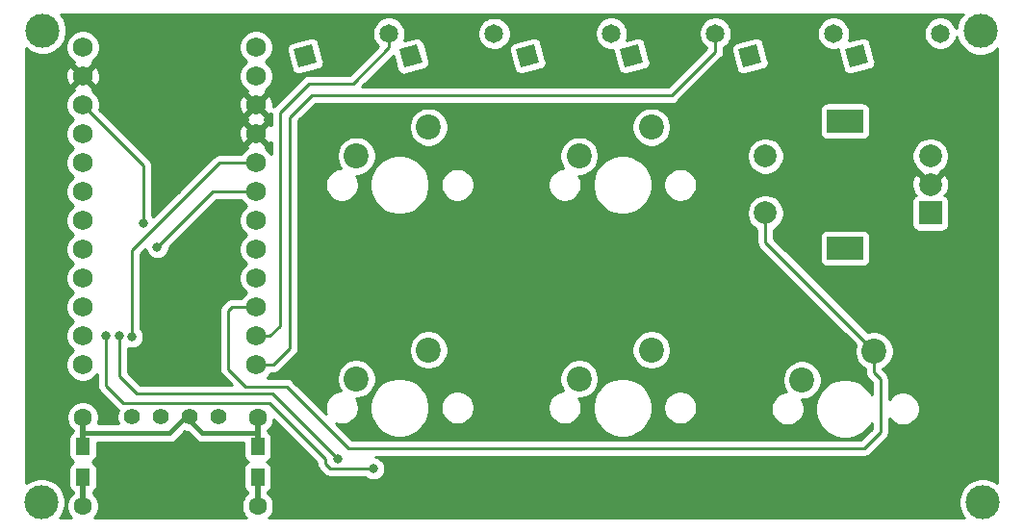
<source format=gbr>
%TF.GenerationSoftware,KiCad,Pcbnew,(5.1.6)-1*%
%TF.CreationDate,2020-10-14T18:33:49+03:00*%
%TF.ProjectId,aplx6.rev2,61706c78-362e-4726-9576-322e6b696361,rev?*%
%TF.SameCoordinates,Original*%
%TF.FileFunction,Copper,L1,Top*%
%TF.FilePolarity,Positive*%
%FSLAX46Y46*%
G04 Gerber Fmt 4.6, Leading zero omitted, Abs format (unit mm)*
G04 Created by KiCad (PCBNEW (5.1.6)-1) date 2020-10-14 18:33:49*
%MOMM*%
%LPD*%
G01*
G04 APERTURE LIST*
%TA.AperFunction,ComponentPad*%
%ADD10C,1.752600*%
%TD*%
%TA.AperFunction,ComponentPad*%
%ADD11C,2.200000*%
%TD*%
%TA.AperFunction,ComponentPad*%
%ADD12C,0.100000*%
%TD*%
%TA.AperFunction,ComponentPad*%
%ADD13C,1.651000*%
%TD*%
%TA.AperFunction,ComponentPad*%
%ADD14C,2.000000*%
%TD*%
%TA.AperFunction,WasherPad*%
%ADD15R,3.200000X2.000000*%
%TD*%
%TA.AperFunction,ComponentPad*%
%ADD16R,2.000000X2.000000*%
%TD*%
%TA.AperFunction,ComponentPad*%
%ADD17C,1.397000*%
%TD*%
%TA.AperFunction,SMDPad,CuDef*%
%ADD18R,1.200000X1.500000*%
%TD*%
%TA.AperFunction,ComponentPad*%
%ADD19C,1.600000*%
%TD*%
%TA.AperFunction,Conductor*%
%ADD20R,0.500000X2.900000*%
%TD*%
%TA.AperFunction,ComponentPad*%
%ADD21C,3.000000*%
%TD*%
%TA.AperFunction,ViaPad*%
%ADD22C,0.800000*%
%TD*%
%TA.AperFunction,Conductor*%
%ADD23C,0.250000*%
%TD*%
%TA.AperFunction,Conductor*%
%ADD24C,0.400000*%
%TD*%
%TA.AperFunction,Conductor*%
%ADD25C,0.254000*%
%TD*%
G04 APERTURE END LIST*
D10*
%TO.P,U1,1*%
%TO.N,Net-(U1-Pad1)*%
X125730000Y-62970000D03*
%TO.P,U1,2*%
%TO.N,Net-(U1-Pad2)*%
X125730000Y-65510000D03*
%TO.P,U1,3*%
%TO.N,GND*%
X125730000Y-68050000D03*
%TO.P,U1,4*%
X125730000Y-70590000D03*
%TO.P,U1,5*%
%TO.N,SDA*%
X125730000Y-73130000D03*
%TO.P,U1,6*%
%TO.N,SCL*%
X125730000Y-75670000D03*
%TO.P,U1,7*%
%TO.N,Net-(U1-Pad7)*%
X125730000Y-78210000D03*
%TO.P,U1,8*%
%TO.N,col0*%
X125730000Y-80750000D03*
%TO.P,U1,9*%
%TO.N,col1*%
X125730000Y-83290000D03*
%TO.P,U1,10*%
%TO.N,col2*%
X125730000Y-85830000D03*
%TO.P,U1,11*%
%TO.N,row0*%
X125730000Y-88370000D03*
%TO.P,U1,13*%
%TO.N,Net-(U1-Pad13)*%
X110490000Y-90910000D03*
%TO.P,U1,14*%
%TO.N,Net-(U1-Pad14)*%
X110490000Y-88370000D03*
%TO.P,U1,15*%
%TO.N,Net-(U1-Pad15)*%
X110490000Y-85830000D03*
%TO.P,U1,16*%
%TO.N,Net-(U1-Pad16)*%
X110490000Y-83290000D03*
%TO.P,U1,17*%
%TO.N,Net-(U1-Pad17)*%
X110490000Y-80750000D03*
%TO.P,U1,18*%
%TO.N,Net-(U1-Pad18)*%
X110490000Y-78210000D03*
%TO.P,U1,19*%
%TO.N,ENC_B*%
X110490000Y-75670000D03*
%TO.P,U1,20*%
%TO.N,ENC_A*%
X110490000Y-73130000D03*
%TO.P,U1,21*%
%TO.N,VCC*%
X110490000Y-70590000D03*
%TO.P,U1,22*%
%TO.N,RESET*%
X110490000Y-68050000D03*
%TO.P,U1,23*%
%TO.N,GND*%
X110490000Y-65510000D03*
%TO.P,U1,12*%
%TO.N,row1*%
X125730000Y-90910000D03*
%TO.P,U1,24*%
%TO.N,Net-(U1-Pad24)*%
X110490000Y-62970000D03*
%TD*%
D11*
%TO.P,SW3,2*%
%TO.N,Net-(D3-Pad2)*%
X154150000Y-72540000D03*
%TO.P,SW3,1*%
%TO.N,col1*%
X160500000Y-70000000D03*
%TD*%
%TO.P,SW1,2*%
%TO.N,Net-(D1-Pad2)*%
X134550000Y-72540000D03*
%TO.P,SW1,1*%
%TO.N,col0*%
X140900000Y-70000000D03*
%TD*%
%TA.AperFunction,ComponentPad*%
D12*
%TO.P,D3,2*%
%TO.N,Net-(D3-Pad2)*%
G36*
X139903540Y-62725074D02*
G01*
X140330850Y-64319818D01*
X138736106Y-64747128D01*
X138308796Y-63152384D01*
X139903540Y-62725074D01*
G37*
%TD.AperFunction*%
D13*
%TO.P,D3,1*%
%TO.N,row0*%
X146680177Y-61763899D03*
%TD*%
%TA.AperFunction,ComponentPad*%
D12*
%TO.P,D5,2*%
%TO.N,Net-(D5-Pad2)*%
G36*
X150203540Y-62713074D02*
G01*
X150630850Y-64307818D01*
X149036106Y-64735128D01*
X148608796Y-63140384D01*
X150203540Y-62713074D01*
G37*
%TD.AperFunction*%
D13*
%TO.P,D5,1*%
%TO.N,row0*%
X156980177Y-61751899D03*
%TD*%
%TA.AperFunction,ComponentPad*%
D12*
%TO.P,D2,2*%
%TO.N,Net-(D2-Pad2)*%
G36*
X159352429Y-62713074D02*
G01*
X159779739Y-64307818D01*
X158184995Y-64735128D01*
X157757685Y-63140384D01*
X159352429Y-62713074D01*
G37*
%TD.AperFunction*%
D13*
%TO.P,D2,1*%
%TO.N,row1*%
X166129066Y-61751899D03*
%TD*%
%TA.AperFunction,ComponentPad*%
D12*
%TO.P,D4,2*%
%TO.N,Net-(D4-Pad2)*%
G36*
X169753540Y-62713074D02*
G01*
X170180850Y-64307818D01*
X168586106Y-64735128D01*
X168158796Y-63140384D01*
X169753540Y-62713074D01*
G37*
%TD.AperFunction*%
D13*
%TO.P,D4,1*%
%TO.N,row1*%
X176530177Y-61751899D03*
%TD*%
%TA.AperFunction,ComponentPad*%
D12*
%TO.P,D6,2*%
%TO.N,Net-(D6-Pad2)*%
G36*
X179148540Y-62713074D02*
G01*
X179575850Y-64307818D01*
X177981106Y-64735128D01*
X177553796Y-63140384D01*
X179148540Y-62713074D01*
G37*
%TD.AperFunction*%
D13*
%TO.P,D6,1*%
%TO.N,row1*%
X185925177Y-61751899D03*
%TD*%
%TA.AperFunction,ComponentPad*%
D12*
%TO.P,D1,2*%
%TO.N,Net-(D1-Pad2)*%
G36*
X130634540Y-62713074D02*
G01*
X131061850Y-64307818D01*
X129467106Y-64735128D01*
X129039796Y-63140384D01*
X130634540Y-62713074D01*
G37*
%TD.AperFunction*%
D13*
%TO.P,D1,1*%
%TO.N,row0*%
X137411177Y-61751899D03*
%TD*%
D14*
%TO.P,SW5,S1*%
%TO.N,Net-(D5-Pad2)*%
X170546000Y-72557000D03*
%TO.P,SW5,S2*%
%TO.N,col2*%
X170546000Y-77557000D03*
D15*
%TO.P,SW5,*%
%TO.N,*%
X177546000Y-69457000D03*
X177546000Y-80657000D03*
D14*
%TO.P,SW5,B*%
%TO.N,ENC_B*%
X185046000Y-72557000D03*
%TO.P,SW5,C*%
%TO.N,GND*%
X185046000Y-75057000D03*
D16*
%TO.P,SW5,A*%
%TO.N,ENC_A*%
X185046000Y-77557000D03*
%TD*%
D11*
%TO.P,SW6,2*%
%TO.N,Net-(D6-Pad2)*%
X173750000Y-92240000D03*
%TO.P,SW6,1*%
%TO.N,col2*%
X180100000Y-89700000D03*
%TD*%
%TO.P,SW2,2*%
%TO.N,Net-(D2-Pad2)*%
X134550000Y-92140000D03*
%TO.P,SW2,1*%
%TO.N,col0*%
X140900000Y-89600000D03*
%TD*%
%TO.P,SW4,2*%
%TO.N,Net-(D4-Pad2)*%
X154150000Y-92140000D03*
%TO.P,SW4,1*%
%TO.N,col1*%
X160500000Y-89600000D03*
%TD*%
D17*
%TO.P,J1,4*%
%TO.N,GND*%
X122428000Y-95504000D03*
%TO.P,J1,3*%
%TO.N,VCC*%
X119888000Y-95504000D03*
%TO.P,J1,2*%
%TO.N,SCL*%
X117348000Y-95504000D03*
%TO.P,J1,1*%
%TO.N,SDA*%
X114808000Y-95504000D03*
%TD*%
D18*
%TO.P,R1,1*%
%TO.N,VCC*%
X125857000Y-98091000D03*
%TO.P,R1,2*%
%TO.N,SCL*%
X125857000Y-100791000D03*
D19*
X125857000Y-103341000D03*
%TO.P,R1,1*%
%TO.N,VCC*%
X125857000Y-95541000D03*
D20*
%TD*%
%TO.N,SCL*%
%TO.C,R1*%
X125857000Y-101941000D03*
%TO.N,VCC*%
%TO.C,R1*%
X125857000Y-96941000D03*
%TD*%
%TO.N,VCC*%
%TO.C,R2*%
X110490000Y-96941000D03*
%TO.N,SDA*%
X110490000Y-101941000D03*
D19*
%TD*%
%TO.P,R2,1*%
%TO.N,VCC*%
X110490000Y-95541000D03*
%TO.P,R2,2*%
%TO.N,SDA*%
X110490000Y-103341000D03*
D18*
X110490000Y-100791000D03*
%TO.P,R2,1*%
%TO.N,VCC*%
X110490000Y-98091000D03*
%TD*%
D21*
%TO.P,U4,*%
%TO.N,*%
X189650000Y-103000000D03*
%TD*%
%TO.P,U4,*%
%TO.N,*%
X189450000Y-61550000D03*
%TD*%
%TO.P,U4,*%
%TO.N,*%
X106850000Y-103000000D03*
%TD*%
%TO.P,U4,*%
%TO.N,*%
X106950000Y-61500000D03*
%TD*%
D22*
%TO.N,SDA*%
X114808000Y-88455500D03*
%TO.N,SCL*%
X117040000Y-80572000D03*
%TO.N,GND*%
X118046500Y-102235000D03*
X112712500Y-98615500D03*
X144907000Y-65532000D03*
X155829000Y-65532000D03*
X172466000Y-68961000D03*
X167513000Y-69850000D03*
X130810000Y-81915000D03*
X170561000Y-75057000D03*
X118745000Y-75565000D03*
X121412000Y-85915500D03*
X118237000Y-85979000D03*
%TO.N,ENC_A*%
X132918200Y-99237800D03*
X113690400Y-88392000D03*
%TO.N,ENC_B*%
X136067800Y-100050600D03*
X112522000Y-88392000D03*
%TO.N,RESET*%
X115824000Y-78486000D03*
%TD*%
D23*
%TO.N,Net-(D1-Pad2)*%
X130107400Y-63780678D02*
X130050823Y-63724101D01*
%TO.N,row0*%
X137411177Y-61751899D02*
X137411177Y-62994823D01*
X137411177Y-62994823D02*
X134264400Y-66141600D01*
X127812800Y-87477600D02*
X126920400Y-88370000D01*
X130378200Y-66141600D02*
X127812800Y-68707000D01*
X127812800Y-68707000D02*
X127812800Y-87477600D01*
X134264400Y-66141600D02*
X130378200Y-66141600D01*
X126920400Y-88370000D02*
X125730000Y-88370000D01*
%TO.N,row1*%
X166129066Y-63359934D02*
X162280600Y-67208400D01*
X166129066Y-61751899D02*
X166129066Y-63359934D01*
X128727200Y-89458800D02*
X127276000Y-90910000D01*
X130632200Y-67208400D02*
X128727200Y-69113400D01*
X128727200Y-69113400D02*
X128727200Y-89458800D01*
X127276000Y-90910000D02*
X125730000Y-90910000D01*
X162280600Y-67208400D02*
X130632200Y-67208400D01*
%TO.N,SCL*%
X117040000Y-80572000D02*
X121920000Y-75692000D01*
X125708000Y-75692000D02*
X125730000Y-75670000D01*
X121920000Y-75692000D02*
X125708000Y-75692000D01*
%TO.N,SDA*%
X122513500Y-73130000D02*
X125730000Y-73130000D01*
X114808000Y-88455500D02*
X114808000Y-80835500D01*
X114808000Y-80835500D02*
X122513500Y-73130000D01*
D24*
%TO.N,VCC*%
X125857000Y-96941000D02*
X121021000Y-96941000D01*
X121021000Y-96941000D02*
X119580000Y-95500000D01*
X110490000Y-96941000D02*
X118139000Y-96941000D01*
X118139000Y-96941000D02*
X119580000Y-95500000D01*
D23*
X125816000Y-95500000D02*
X125857000Y-95541000D01*
%TO.N,ENC_A*%
X132918200Y-99237800D02*
X132918200Y-99237800D01*
X127152400Y-93472000D02*
X132918200Y-99237800D01*
X113690400Y-88392000D02*
X113690400Y-91922600D01*
X113690400Y-91922600D02*
X115239800Y-93472000D01*
X115239800Y-93472000D02*
X127152400Y-93472000D01*
%TO.N,ENC_B*%
X131826000Y-99187000D02*
X131826000Y-99618800D01*
X126923800Y-94284800D02*
X131826000Y-99187000D01*
X136067800Y-100050600D02*
X136067800Y-100050600D01*
X132257800Y-100050600D02*
X136067800Y-100050600D01*
X131826000Y-99618800D02*
X132257800Y-100050600D01*
X126873000Y-94284800D02*
X126898400Y-94284800D01*
X112522000Y-92760800D02*
X112522000Y-92303600D01*
X126873000Y-94284800D02*
X126923800Y-94284800D01*
X112522000Y-92303600D02*
X112522000Y-88392000D01*
X126873000Y-94284800D02*
X114046000Y-94284800D01*
X114046000Y-94284800D02*
X112522000Y-92760800D01*
%TO.N,col2*%
X133858000Y-98272600D02*
X128397000Y-92811600D01*
X180644800Y-96850200D02*
X179222400Y-98272600D01*
X179222400Y-98272600D02*
X133858000Y-98272600D01*
X180100000Y-89700000D02*
X180100000Y-91606400D01*
X170546000Y-80146000D02*
X180100000Y-89700000D01*
X180644800Y-92151200D02*
X180644800Y-96850200D01*
X180100000Y-91606400D02*
X180644800Y-92151200D01*
X123266200Y-86131400D02*
X123567600Y-85830000D01*
X123567600Y-85830000D02*
X125730000Y-85830000D01*
X123266200Y-91287600D02*
X123266200Y-86131400D01*
X124790200Y-92811600D02*
X123266200Y-91287600D01*
X128397000Y-92811600D02*
X124790200Y-92811600D01*
X170546000Y-77557000D02*
X170546000Y-80075800D01*
X170546000Y-77557000D02*
X170546000Y-80146000D01*
%TO.N,RESET*%
X115824000Y-73384000D02*
X110490000Y-68050000D01*
X115824000Y-78486000D02*
X115824000Y-73384000D01*
%TD*%
D25*
%TO.N,GND*%
G36*
X119499032Y-96786254D02*
G01*
X119731658Y-96832526D01*
X120401563Y-97502432D01*
X120427709Y-97534291D01*
X120459568Y-97560437D01*
X120459570Y-97560439D01*
X120524685Y-97613877D01*
X120554854Y-97638636D01*
X120699913Y-97716172D01*
X120857311Y-97763918D01*
X120979981Y-97776000D01*
X120979982Y-97776000D01*
X121021000Y-97780040D01*
X121062018Y-97776000D01*
X124618928Y-97776000D01*
X124618928Y-98841000D01*
X124631188Y-98965482D01*
X124667498Y-99085180D01*
X124726463Y-99195494D01*
X124805815Y-99292185D01*
X124902506Y-99371537D01*
X125012820Y-99430502D01*
X125047427Y-99441000D01*
X125012820Y-99451498D01*
X124902506Y-99510463D01*
X124805815Y-99589815D01*
X124726463Y-99686506D01*
X124667498Y-99796820D01*
X124631188Y-99916518D01*
X124618928Y-100041000D01*
X124618928Y-101541000D01*
X124631188Y-101665482D01*
X124667498Y-101785180D01*
X124726463Y-101895494D01*
X124805815Y-101992185D01*
X124902506Y-102071537D01*
X124968928Y-102107041D01*
X124968928Y-102208531D01*
X124942241Y-102226363D01*
X124742363Y-102426241D01*
X124585320Y-102661273D01*
X124477147Y-102922426D01*
X124422000Y-103199665D01*
X124422000Y-103482335D01*
X124477147Y-103759574D01*
X124585320Y-104020727D01*
X124742363Y-104255759D01*
X124876604Y-104390000D01*
X111470396Y-104390000D01*
X111604637Y-104255759D01*
X111761680Y-104020727D01*
X111869853Y-103759574D01*
X111925000Y-103482335D01*
X111925000Y-103199665D01*
X111869853Y-102922426D01*
X111761680Y-102661273D01*
X111604637Y-102426241D01*
X111404759Y-102226363D01*
X111378072Y-102208531D01*
X111378072Y-102107041D01*
X111444494Y-102071537D01*
X111541185Y-101992185D01*
X111620537Y-101895494D01*
X111679502Y-101785180D01*
X111715812Y-101665482D01*
X111728072Y-101541000D01*
X111728072Y-100041000D01*
X111715812Y-99916518D01*
X111679502Y-99796820D01*
X111620537Y-99686506D01*
X111541185Y-99589815D01*
X111444494Y-99510463D01*
X111334180Y-99451498D01*
X111299573Y-99441000D01*
X111334180Y-99430502D01*
X111444494Y-99371537D01*
X111541185Y-99292185D01*
X111620537Y-99195494D01*
X111679502Y-99085180D01*
X111715812Y-98965482D01*
X111728072Y-98841000D01*
X111728072Y-97776000D01*
X118097982Y-97776000D01*
X118139000Y-97780040D01*
X118180018Y-97776000D01*
X118180019Y-97776000D01*
X118302689Y-97763918D01*
X118460087Y-97716172D01*
X118605146Y-97638636D01*
X118732291Y-97534291D01*
X118758446Y-97502422D01*
X119481766Y-96779102D01*
X119499032Y-96786254D01*
G37*
X119499032Y-96786254D02*
X119731658Y-96832526D01*
X120401563Y-97502432D01*
X120427709Y-97534291D01*
X120459568Y-97560437D01*
X120459570Y-97560439D01*
X120524685Y-97613877D01*
X120554854Y-97638636D01*
X120699913Y-97716172D01*
X120857311Y-97763918D01*
X120979981Y-97776000D01*
X120979982Y-97776000D01*
X121021000Y-97780040D01*
X121062018Y-97776000D01*
X124618928Y-97776000D01*
X124618928Y-98841000D01*
X124631188Y-98965482D01*
X124667498Y-99085180D01*
X124726463Y-99195494D01*
X124805815Y-99292185D01*
X124902506Y-99371537D01*
X125012820Y-99430502D01*
X125047427Y-99441000D01*
X125012820Y-99451498D01*
X124902506Y-99510463D01*
X124805815Y-99589815D01*
X124726463Y-99686506D01*
X124667498Y-99796820D01*
X124631188Y-99916518D01*
X124618928Y-100041000D01*
X124618928Y-101541000D01*
X124631188Y-101665482D01*
X124667498Y-101785180D01*
X124726463Y-101895494D01*
X124805815Y-101992185D01*
X124902506Y-102071537D01*
X124968928Y-102107041D01*
X124968928Y-102208531D01*
X124942241Y-102226363D01*
X124742363Y-102426241D01*
X124585320Y-102661273D01*
X124477147Y-102922426D01*
X124422000Y-103199665D01*
X124422000Y-103482335D01*
X124477147Y-103759574D01*
X124585320Y-104020727D01*
X124742363Y-104255759D01*
X124876604Y-104390000D01*
X111470396Y-104390000D01*
X111604637Y-104255759D01*
X111761680Y-104020727D01*
X111869853Y-103759574D01*
X111925000Y-103482335D01*
X111925000Y-103199665D01*
X111869853Y-102922426D01*
X111761680Y-102661273D01*
X111604637Y-102426241D01*
X111404759Y-102226363D01*
X111378072Y-102208531D01*
X111378072Y-102107041D01*
X111444494Y-102071537D01*
X111541185Y-101992185D01*
X111620537Y-101895494D01*
X111679502Y-101785180D01*
X111715812Y-101665482D01*
X111728072Y-101541000D01*
X111728072Y-100041000D01*
X111715812Y-99916518D01*
X111679502Y-99796820D01*
X111620537Y-99686506D01*
X111541185Y-99589815D01*
X111444494Y-99510463D01*
X111334180Y-99451498D01*
X111299573Y-99441000D01*
X111334180Y-99430502D01*
X111444494Y-99371537D01*
X111541185Y-99292185D01*
X111620537Y-99195494D01*
X111679502Y-99085180D01*
X111715812Y-98965482D01*
X111728072Y-98841000D01*
X111728072Y-97776000D01*
X118097982Y-97776000D01*
X118139000Y-97780040D01*
X118180018Y-97776000D01*
X118180019Y-97776000D01*
X118302689Y-97763918D01*
X118460087Y-97716172D01*
X118605146Y-97638636D01*
X118732291Y-97534291D01*
X118758446Y-97502422D01*
X119481766Y-96779102D01*
X119499032Y-96786254D01*
G36*
X187791637Y-60189017D02*
G01*
X187557988Y-60538698D01*
X187397047Y-60927244D01*
X187321580Y-61306643D01*
X187219456Y-61060093D01*
X187059622Y-60820884D01*
X186856192Y-60617454D01*
X186616983Y-60457620D01*
X186351189Y-60347525D01*
X186069024Y-60291399D01*
X185781330Y-60291399D01*
X185499165Y-60347525D01*
X185233371Y-60457620D01*
X184994162Y-60617454D01*
X184790732Y-60820884D01*
X184630898Y-61060093D01*
X184520803Y-61325887D01*
X184464677Y-61608052D01*
X184464677Y-61895746D01*
X184520803Y-62177911D01*
X184630898Y-62443705D01*
X184790732Y-62682914D01*
X184994162Y-62886344D01*
X185233371Y-63046178D01*
X185499165Y-63156273D01*
X185781330Y-63212399D01*
X186069024Y-63212399D01*
X186351189Y-63156273D01*
X186616983Y-63046178D01*
X186856192Y-62886344D01*
X187059622Y-62682914D01*
X187219456Y-62443705D01*
X187329551Y-62177911D01*
X187363812Y-62005671D01*
X187397047Y-62172756D01*
X187557988Y-62561302D01*
X187791637Y-62910983D01*
X188089017Y-63208363D01*
X188438698Y-63442012D01*
X188827244Y-63602953D01*
X189239721Y-63685000D01*
X189660279Y-63685000D01*
X190072756Y-63602953D01*
X190461302Y-63442012D01*
X190810983Y-63208363D01*
X190940000Y-63079346D01*
X190939969Y-101294187D01*
X190661302Y-101107988D01*
X190272756Y-100947047D01*
X189860279Y-100865000D01*
X189439721Y-100865000D01*
X189027244Y-100947047D01*
X188638698Y-101107988D01*
X188289017Y-101341637D01*
X187991637Y-101639017D01*
X187757988Y-101988698D01*
X187597047Y-102377244D01*
X187515000Y-102789721D01*
X187515000Y-103210279D01*
X187597047Y-103622756D01*
X187757988Y-104011302D01*
X187991637Y-104360983D01*
X188020654Y-104390000D01*
X126837396Y-104390000D01*
X126971637Y-104255759D01*
X127128680Y-104020727D01*
X127236853Y-103759574D01*
X127292000Y-103482335D01*
X127292000Y-103199665D01*
X127236853Y-102922426D01*
X127128680Y-102661273D01*
X126971637Y-102426241D01*
X126771759Y-102226363D01*
X126745072Y-102208531D01*
X126745072Y-102107041D01*
X126811494Y-102071537D01*
X126908185Y-101992185D01*
X126987537Y-101895494D01*
X127046502Y-101785180D01*
X127082812Y-101665482D01*
X127095072Y-101541000D01*
X127095072Y-100041000D01*
X127082812Y-99916518D01*
X127046502Y-99796820D01*
X126987537Y-99686506D01*
X126908185Y-99589815D01*
X126811494Y-99510463D01*
X126701180Y-99451498D01*
X126666573Y-99441000D01*
X126701180Y-99430502D01*
X126811494Y-99371537D01*
X126908185Y-99292185D01*
X126987537Y-99195494D01*
X127046502Y-99085180D01*
X127082812Y-98965482D01*
X127095072Y-98841000D01*
X127095072Y-97341000D01*
X127082812Y-97216518D01*
X127046502Y-97096820D01*
X126987537Y-96986506D01*
X126908185Y-96889815D01*
X126811494Y-96810463D01*
X126745072Y-96774959D01*
X126745072Y-96673469D01*
X126771759Y-96655637D01*
X126971637Y-96455759D01*
X127128680Y-96220727D01*
X127236853Y-95959574D01*
X127284457Y-95720258D01*
X131066000Y-99501802D01*
X131066000Y-99581478D01*
X131062324Y-99618800D01*
X131066000Y-99656122D01*
X131066000Y-99656133D01*
X131076997Y-99767786D01*
X131120454Y-99911047D01*
X131191026Y-100043076D01*
X131286000Y-100158801D01*
X131314998Y-100182599D01*
X131694000Y-100561602D01*
X131717799Y-100590601D01*
X131833524Y-100685574D01*
X131965553Y-100756146D01*
X132108814Y-100799603D01*
X132220467Y-100810600D01*
X132220476Y-100810600D01*
X132257799Y-100814276D01*
X132295122Y-100810600D01*
X135364089Y-100810600D01*
X135408026Y-100854537D01*
X135577544Y-100967805D01*
X135765902Y-101045826D01*
X135965861Y-101085600D01*
X136169739Y-101085600D01*
X136369698Y-101045826D01*
X136558056Y-100967805D01*
X136727574Y-100854537D01*
X136871737Y-100710374D01*
X136985005Y-100540856D01*
X137063026Y-100352498D01*
X137102800Y-100152539D01*
X137102800Y-99948661D01*
X137063026Y-99748702D01*
X136985005Y-99560344D01*
X136871737Y-99390826D01*
X136727574Y-99246663D01*
X136558056Y-99133395D01*
X136369698Y-99055374D01*
X136255204Y-99032600D01*
X179185078Y-99032600D01*
X179222400Y-99036276D01*
X179259722Y-99032600D01*
X179259733Y-99032600D01*
X179371386Y-99021603D01*
X179514647Y-98978146D01*
X179646676Y-98907574D01*
X179762401Y-98812601D01*
X179786204Y-98783597D01*
X181155803Y-97413999D01*
X181184801Y-97390201D01*
X181279774Y-97274476D01*
X181350346Y-97142447D01*
X181393803Y-96999186D01*
X181404800Y-96887533D01*
X181404800Y-96887524D01*
X181408476Y-96850201D01*
X181404800Y-96812878D01*
X181404800Y-95604322D01*
X181486525Y-95726632D01*
X181693368Y-95933475D01*
X181936589Y-96095990D01*
X182206842Y-96207932D01*
X182493740Y-96265000D01*
X182786260Y-96265000D01*
X183073158Y-96207932D01*
X183343411Y-96095990D01*
X183586632Y-95933475D01*
X183793475Y-95726632D01*
X183955990Y-95483411D01*
X184067932Y-95213158D01*
X184125000Y-94926260D01*
X184125000Y-94633740D01*
X184067932Y-94346842D01*
X183955990Y-94076589D01*
X183793475Y-93833368D01*
X183586632Y-93626525D01*
X183343411Y-93464010D01*
X183073158Y-93352068D01*
X182786260Y-93295000D01*
X182493740Y-93295000D01*
X182206842Y-93352068D01*
X181936589Y-93464010D01*
X181693368Y-93626525D01*
X181486525Y-93833368D01*
X181404800Y-93955678D01*
X181404800Y-92188533D01*
X181408477Y-92151200D01*
X181393803Y-92002214D01*
X181350346Y-91858953D01*
X181279774Y-91726924D01*
X181208599Y-91640197D01*
X181184801Y-91611199D01*
X181155803Y-91587402D01*
X180860000Y-91291599D01*
X180860000Y-91263148D01*
X180921831Y-91237537D01*
X181205998Y-91047663D01*
X181447663Y-90805998D01*
X181637537Y-90521831D01*
X181768325Y-90206081D01*
X181835000Y-89870883D01*
X181835000Y-89529117D01*
X181768325Y-89193919D01*
X181637537Y-88878169D01*
X181447663Y-88594002D01*
X181205998Y-88352337D01*
X180921831Y-88162463D01*
X180606081Y-88031675D01*
X180270883Y-87965000D01*
X179929117Y-87965000D01*
X179593919Y-88031675D01*
X179532089Y-88057286D01*
X171306000Y-79831199D01*
X171306000Y-79657000D01*
X175307928Y-79657000D01*
X175307928Y-81657000D01*
X175320188Y-81781482D01*
X175356498Y-81901180D01*
X175415463Y-82011494D01*
X175494815Y-82108185D01*
X175591506Y-82187537D01*
X175701820Y-82246502D01*
X175821518Y-82282812D01*
X175946000Y-82295072D01*
X179146000Y-82295072D01*
X179270482Y-82282812D01*
X179390180Y-82246502D01*
X179500494Y-82187537D01*
X179597185Y-82108185D01*
X179676537Y-82011494D01*
X179735502Y-81901180D01*
X179771812Y-81781482D01*
X179784072Y-81657000D01*
X179784072Y-79657000D01*
X179771812Y-79532518D01*
X179735502Y-79412820D01*
X179676537Y-79302506D01*
X179597185Y-79205815D01*
X179500494Y-79126463D01*
X179390180Y-79067498D01*
X179270482Y-79031188D01*
X179146000Y-79018928D01*
X175946000Y-79018928D01*
X175821518Y-79031188D01*
X175701820Y-79067498D01*
X175591506Y-79126463D01*
X175494815Y-79205815D01*
X175415463Y-79302506D01*
X175356498Y-79412820D01*
X175320188Y-79532518D01*
X175307928Y-79657000D01*
X171306000Y-79657000D01*
X171306000Y-79011909D01*
X171320463Y-79005918D01*
X171588252Y-78826987D01*
X171815987Y-78599252D01*
X171994918Y-78331463D01*
X172118168Y-78033912D01*
X172181000Y-77718033D01*
X172181000Y-77395967D01*
X172118168Y-77080088D01*
X171994918Y-76782537D01*
X171815987Y-76514748D01*
X171588252Y-76287013D01*
X171320463Y-76108082D01*
X171022912Y-75984832D01*
X170707033Y-75922000D01*
X170384967Y-75922000D01*
X170069088Y-75984832D01*
X169771537Y-76108082D01*
X169503748Y-76287013D01*
X169276013Y-76514748D01*
X169097082Y-76782537D01*
X168973832Y-77080088D01*
X168911000Y-77395967D01*
X168911000Y-77718033D01*
X168973832Y-78033912D01*
X169097082Y-78331463D01*
X169276013Y-78599252D01*
X169503748Y-78826987D01*
X169771537Y-79005918D01*
X169786001Y-79011909D01*
X169786001Y-80108668D01*
X169782324Y-80146000D01*
X169796998Y-80294985D01*
X169840454Y-80438246D01*
X169911026Y-80570276D01*
X169948388Y-80615801D01*
X170006000Y-80686001D01*
X170034998Y-80709799D01*
X178457286Y-89132089D01*
X178431675Y-89193919D01*
X178365000Y-89529117D01*
X178365000Y-89870883D01*
X178431675Y-90206081D01*
X178562463Y-90521831D01*
X178752337Y-90805998D01*
X178994002Y-91047663D01*
X179278169Y-91237537D01*
X179340001Y-91263149D01*
X179340001Y-91569068D01*
X179336324Y-91606400D01*
X179340001Y-91643733D01*
X179350998Y-91755386D01*
X179356528Y-91773615D01*
X179394454Y-91898646D01*
X179465026Y-92030676D01*
X179508710Y-92083904D01*
X179560000Y-92146401D01*
X179588998Y-92170199D01*
X179884800Y-92466002D01*
X179884800Y-93516434D01*
X179606738Y-93100285D01*
X179239715Y-92733262D01*
X178808141Y-92444893D01*
X178328601Y-92246261D01*
X177819525Y-92145000D01*
X177300475Y-92145000D01*
X176791399Y-92246261D01*
X176311859Y-92444893D01*
X175880285Y-92733262D01*
X175513262Y-93100285D01*
X175224893Y-93531859D01*
X175026261Y-94011399D01*
X174925000Y-94520475D01*
X174925000Y-95039525D01*
X175026261Y-95548601D01*
X175224893Y-96028141D01*
X175513262Y-96459715D01*
X175880285Y-96826738D01*
X176311859Y-97115107D01*
X176791399Y-97313739D01*
X177300475Y-97415000D01*
X177819525Y-97415000D01*
X178328601Y-97313739D01*
X178808141Y-97115107D01*
X179239715Y-96826738D01*
X179606738Y-96459715D01*
X179884801Y-96043565D01*
X179884801Y-96535397D01*
X178907599Y-97512600D01*
X134172802Y-97512600D01*
X132712479Y-96052277D01*
X132846842Y-96107932D01*
X133133740Y-96165000D01*
X133426260Y-96165000D01*
X133713158Y-96107932D01*
X133983411Y-95995990D01*
X134226632Y-95833475D01*
X134433475Y-95626632D01*
X134595990Y-95383411D01*
X134707932Y-95113158D01*
X134765000Y-94826260D01*
X134765000Y-94533740D01*
X134742471Y-94420475D01*
X135725000Y-94420475D01*
X135725000Y-94939525D01*
X135826261Y-95448601D01*
X136024893Y-95928141D01*
X136313262Y-96359715D01*
X136680285Y-96726738D01*
X137111859Y-97015107D01*
X137591399Y-97213739D01*
X138100475Y-97315000D01*
X138619525Y-97315000D01*
X139128601Y-97213739D01*
X139608141Y-97015107D01*
X140039715Y-96726738D01*
X140406738Y-96359715D01*
X140695107Y-95928141D01*
X140893739Y-95448601D01*
X140995000Y-94939525D01*
X140995000Y-94533740D01*
X141955000Y-94533740D01*
X141955000Y-94826260D01*
X142012068Y-95113158D01*
X142124010Y-95383411D01*
X142286525Y-95626632D01*
X142493368Y-95833475D01*
X142736589Y-95995990D01*
X143006842Y-96107932D01*
X143293740Y-96165000D01*
X143586260Y-96165000D01*
X143873158Y-96107932D01*
X144143411Y-95995990D01*
X144386632Y-95833475D01*
X144593475Y-95626632D01*
X144755990Y-95383411D01*
X144867932Y-95113158D01*
X144925000Y-94826260D01*
X144925000Y-94533740D01*
X151395000Y-94533740D01*
X151395000Y-94826260D01*
X151452068Y-95113158D01*
X151564010Y-95383411D01*
X151726525Y-95626632D01*
X151933368Y-95833475D01*
X152176589Y-95995990D01*
X152446842Y-96107932D01*
X152733740Y-96165000D01*
X153026260Y-96165000D01*
X153313158Y-96107932D01*
X153583411Y-95995990D01*
X153826632Y-95833475D01*
X154033475Y-95626632D01*
X154195990Y-95383411D01*
X154307932Y-95113158D01*
X154365000Y-94826260D01*
X154365000Y-94533740D01*
X154342471Y-94420475D01*
X155325000Y-94420475D01*
X155325000Y-94939525D01*
X155426261Y-95448601D01*
X155624893Y-95928141D01*
X155913262Y-96359715D01*
X156280285Y-96726738D01*
X156711859Y-97015107D01*
X157191399Y-97213739D01*
X157700475Y-97315000D01*
X158219525Y-97315000D01*
X158728601Y-97213739D01*
X159208141Y-97015107D01*
X159639715Y-96726738D01*
X160006738Y-96359715D01*
X160295107Y-95928141D01*
X160493739Y-95448601D01*
X160595000Y-94939525D01*
X160595000Y-94533740D01*
X161555000Y-94533740D01*
X161555000Y-94826260D01*
X161612068Y-95113158D01*
X161724010Y-95383411D01*
X161886525Y-95626632D01*
X162093368Y-95833475D01*
X162336589Y-95995990D01*
X162606842Y-96107932D01*
X162893740Y-96165000D01*
X163186260Y-96165000D01*
X163473158Y-96107932D01*
X163743411Y-95995990D01*
X163986632Y-95833475D01*
X164193475Y-95626632D01*
X164355990Y-95383411D01*
X164467932Y-95113158D01*
X164525000Y-94826260D01*
X164525000Y-94633740D01*
X170995000Y-94633740D01*
X170995000Y-94926260D01*
X171052068Y-95213158D01*
X171164010Y-95483411D01*
X171326525Y-95726632D01*
X171533368Y-95933475D01*
X171776589Y-96095990D01*
X172046842Y-96207932D01*
X172333740Y-96265000D01*
X172626260Y-96265000D01*
X172913158Y-96207932D01*
X173183411Y-96095990D01*
X173426632Y-95933475D01*
X173633475Y-95726632D01*
X173795990Y-95483411D01*
X173907932Y-95213158D01*
X173965000Y-94926260D01*
X173965000Y-94633740D01*
X173907932Y-94346842D01*
X173795990Y-94076589D01*
X173728110Y-93975000D01*
X173920883Y-93975000D01*
X174256081Y-93908325D01*
X174571831Y-93777537D01*
X174855998Y-93587663D01*
X175097663Y-93345998D01*
X175287537Y-93061831D01*
X175418325Y-92746081D01*
X175485000Y-92410883D01*
X175485000Y-92069117D01*
X175418325Y-91733919D01*
X175287537Y-91418169D01*
X175097663Y-91134002D01*
X174855998Y-90892337D01*
X174571831Y-90702463D01*
X174256081Y-90571675D01*
X173920883Y-90505000D01*
X173579117Y-90505000D01*
X173243919Y-90571675D01*
X172928169Y-90702463D01*
X172644002Y-90892337D01*
X172402337Y-91134002D01*
X172212463Y-91418169D01*
X172081675Y-91733919D01*
X172015000Y-92069117D01*
X172015000Y-92410883D01*
X172081675Y-92746081D01*
X172212463Y-93061831D01*
X172368261Y-93295000D01*
X172333740Y-93295000D01*
X172046842Y-93352068D01*
X171776589Y-93464010D01*
X171533368Y-93626525D01*
X171326525Y-93833368D01*
X171164010Y-94076589D01*
X171052068Y-94346842D01*
X170995000Y-94633740D01*
X164525000Y-94633740D01*
X164525000Y-94533740D01*
X164467932Y-94246842D01*
X164355990Y-93976589D01*
X164193475Y-93733368D01*
X163986632Y-93526525D01*
X163743411Y-93364010D01*
X163473158Y-93252068D01*
X163186260Y-93195000D01*
X162893740Y-93195000D01*
X162606842Y-93252068D01*
X162336589Y-93364010D01*
X162093368Y-93526525D01*
X161886525Y-93733368D01*
X161724010Y-93976589D01*
X161612068Y-94246842D01*
X161555000Y-94533740D01*
X160595000Y-94533740D01*
X160595000Y-94420475D01*
X160493739Y-93911399D01*
X160295107Y-93431859D01*
X160006738Y-93000285D01*
X159639715Y-92633262D01*
X159208141Y-92344893D01*
X158728601Y-92146261D01*
X158219525Y-92045000D01*
X157700475Y-92045000D01*
X157191399Y-92146261D01*
X156711859Y-92344893D01*
X156280285Y-92633262D01*
X155913262Y-93000285D01*
X155624893Y-93431859D01*
X155426261Y-93911399D01*
X155325000Y-94420475D01*
X154342471Y-94420475D01*
X154307932Y-94246842D01*
X154195990Y-93976589D01*
X154128110Y-93875000D01*
X154320883Y-93875000D01*
X154656081Y-93808325D01*
X154971831Y-93677537D01*
X155255998Y-93487663D01*
X155497663Y-93245998D01*
X155687537Y-92961831D01*
X155818325Y-92646081D01*
X155885000Y-92310883D01*
X155885000Y-91969117D01*
X155818325Y-91633919D01*
X155687537Y-91318169D01*
X155497663Y-91034002D01*
X155255998Y-90792337D01*
X154971831Y-90602463D01*
X154656081Y-90471675D01*
X154320883Y-90405000D01*
X153979117Y-90405000D01*
X153643919Y-90471675D01*
X153328169Y-90602463D01*
X153044002Y-90792337D01*
X152802337Y-91034002D01*
X152612463Y-91318169D01*
X152481675Y-91633919D01*
X152415000Y-91969117D01*
X152415000Y-92310883D01*
X152481675Y-92646081D01*
X152612463Y-92961831D01*
X152768261Y-93195000D01*
X152733740Y-93195000D01*
X152446842Y-93252068D01*
X152176589Y-93364010D01*
X151933368Y-93526525D01*
X151726525Y-93733368D01*
X151564010Y-93976589D01*
X151452068Y-94246842D01*
X151395000Y-94533740D01*
X144925000Y-94533740D01*
X144867932Y-94246842D01*
X144755990Y-93976589D01*
X144593475Y-93733368D01*
X144386632Y-93526525D01*
X144143411Y-93364010D01*
X143873158Y-93252068D01*
X143586260Y-93195000D01*
X143293740Y-93195000D01*
X143006842Y-93252068D01*
X142736589Y-93364010D01*
X142493368Y-93526525D01*
X142286525Y-93733368D01*
X142124010Y-93976589D01*
X142012068Y-94246842D01*
X141955000Y-94533740D01*
X140995000Y-94533740D01*
X140995000Y-94420475D01*
X140893739Y-93911399D01*
X140695107Y-93431859D01*
X140406738Y-93000285D01*
X140039715Y-92633262D01*
X139608141Y-92344893D01*
X139128601Y-92146261D01*
X138619525Y-92045000D01*
X138100475Y-92045000D01*
X137591399Y-92146261D01*
X137111859Y-92344893D01*
X136680285Y-92633262D01*
X136313262Y-93000285D01*
X136024893Y-93431859D01*
X135826261Y-93911399D01*
X135725000Y-94420475D01*
X134742471Y-94420475D01*
X134707932Y-94246842D01*
X134595990Y-93976589D01*
X134528110Y-93875000D01*
X134720883Y-93875000D01*
X135056081Y-93808325D01*
X135371831Y-93677537D01*
X135655998Y-93487663D01*
X135897663Y-93245998D01*
X136087537Y-92961831D01*
X136218325Y-92646081D01*
X136285000Y-92310883D01*
X136285000Y-91969117D01*
X136218325Y-91633919D01*
X136087537Y-91318169D01*
X135897663Y-91034002D01*
X135655998Y-90792337D01*
X135371831Y-90602463D01*
X135056081Y-90471675D01*
X134720883Y-90405000D01*
X134379117Y-90405000D01*
X134043919Y-90471675D01*
X133728169Y-90602463D01*
X133444002Y-90792337D01*
X133202337Y-91034002D01*
X133012463Y-91318169D01*
X132881675Y-91633919D01*
X132815000Y-91969117D01*
X132815000Y-92310883D01*
X132881675Y-92646081D01*
X133012463Y-92961831D01*
X133168261Y-93195000D01*
X133133740Y-93195000D01*
X132846842Y-93252068D01*
X132576589Y-93364010D01*
X132333368Y-93526525D01*
X132126525Y-93733368D01*
X131964010Y-93976589D01*
X131852068Y-94246842D01*
X131795000Y-94533740D01*
X131795000Y-94826260D01*
X131852068Y-95113158D01*
X131907723Y-95247521D01*
X128960804Y-92300603D01*
X128937001Y-92271599D01*
X128821276Y-92176626D01*
X128689247Y-92106054D01*
X128545986Y-92062597D01*
X128434333Y-92051600D01*
X128434322Y-92051600D01*
X128397000Y-92047924D01*
X128359678Y-92051600D01*
X126725702Y-92051600D01*
X126903904Y-91873398D01*
X127039810Y-91670000D01*
X127238678Y-91670000D01*
X127276000Y-91673676D01*
X127313322Y-91670000D01*
X127313333Y-91670000D01*
X127424986Y-91659003D01*
X127568247Y-91615546D01*
X127700276Y-91544974D01*
X127816001Y-91450001D01*
X127839804Y-91420997D01*
X129238203Y-90022599D01*
X129267201Y-89998801D01*
X129362174Y-89883076D01*
X129432746Y-89751047D01*
X129476203Y-89607786D01*
X129487200Y-89496133D01*
X129487200Y-89496125D01*
X129490876Y-89458800D01*
X129487953Y-89429117D01*
X139165000Y-89429117D01*
X139165000Y-89770883D01*
X139231675Y-90106081D01*
X139362463Y-90421831D01*
X139552337Y-90705998D01*
X139794002Y-90947663D01*
X140078169Y-91137537D01*
X140393919Y-91268325D01*
X140729117Y-91335000D01*
X141070883Y-91335000D01*
X141406081Y-91268325D01*
X141721831Y-91137537D01*
X142005998Y-90947663D01*
X142247663Y-90705998D01*
X142437537Y-90421831D01*
X142568325Y-90106081D01*
X142635000Y-89770883D01*
X142635000Y-89429117D01*
X158765000Y-89429117D01*
X158765000Y-89770883D01*
X158831675Y-90106081D01*
X158962463Y-90421831D01*
X159152337Y-90705998D01*
X159394002Y-90947663D01*
X159678169Y-91137537D01*
X159993919Y-91268325D01*
X160329117Y-91335000D01*
X160670883Y-91335000D01*
X161006081Y-91268325D01*
X161321831Y-91137537D01*
X161605998Y-90947663D01*
X161847663Y-90705998D01*
X162037537Y-90421831D01*
X162168325Y-90106081D01*
X162235000Y-89770883D01*
X162235000Y-89429117D01*
X162168325Y-89093919D01*
X162037537Y-88778169D01*
X161847663Y-88494002D01*
X161605998Y-88252337D01*
X161321831Y-88062463D01*
X161006081Y-87931675D01*
X160670883Y-87865000D01*
X160329117Y-87865000D01*
X159993919Y-87931675D01*
X159678169Y-88062463D01*
X159394002Y-88252337D01*
X159152337Y-88494002D01*
X158962463Y-88778169D01*
X158831675Y-89093919D01*
X158765000Y-89429117D01*
X142635000Y-89429117D01*
X142568325Y-89093919D01*
X142437537Y-88778169D01*
X142247663Y-88494002D01*
X142005998Y-88252337D01*
X141721831Y-88062463D01*
X141406081Y-87931675D01*
X141070883Y-87865000D01*
X140729117Y-87865000D01*
X140393919Y-87931675D01*
X140078169Y-88062463D01*
X139794002Y-88252337D01*
X139552337Y-88494002D01*
X139362463Y-88778169D01*
X139231675Y-89093919D01*
X139165000Y-89429117D01*
X129487953Y-89429117D01*
X129487200Y-89421475D01*
X129487200Y-74933740D01*
X131795000Y-74933740D01*
X131795000Y-75226260D01*
X131852068Y-75513158D01*
X131964010Y-75783411D01*
X132126525Y-76026632D01*
X132333368Y-76233475D01*
X132576589Y-76395990D01*
X132846842Y-76507932D01*
X133133740Y-76565000D01*
X133426260Y-76565000D01*
X133713158Y-76507932D01*
X133983411Y-76395990D01*
X134226632Y-76233475D01*
X134433475Y-76026632D01*
X134595990Y-75783411D01*
X134707932Y-75513158D01*
X134765000Y-75226260D01*
X134765000Y-74933740D01*
X134742471Y-74820475D01*
X135725000Y-74820475D01*
X135725000Y-75339525D01*
X135826261Y-75848601D01*
X136024893Y-76328141D01*
X136313262Y-76759715D01*
X136680285Y-77126738D01*
X137111859Y-77415107D01*
X137591399Y-77613739D01*
X138100475Y-77715000D01*
X138619525Y-77715000D01*
X139128601Y-77613739D01*
X139608141Y-77415107D01*
X140039715Y-77126738D01*
X140406738Y-76759715D01*
X140695107Y-76328141D01*
X140893739Y-75848601D01*
X140995000Y-75339525D01*
X140995000Y-74933740D01*
X141955000Y-74933740D01*
X141955000Y-75226260D01*
X142012068Y-75513158D01*
X142124010Y-75783411D01*
X142286525Y-76026632D01*
X142493368Y-76233475D01*
X142736589Y-76395990D01*
X143006842Y-76507932D01*
X143293740Y-76565000D01*
X143586260Y-76565000D01*
X143873158Y-76507932D01*
X144143411Y-76395990D01*
X144386632Y-76233475D01*
X144593475Y-76026632D01*
X144755990Y-75783411D01*
X144867932Y-75513158D01*
X144925000Y-75226260D01*
X144925000Y-74933740D01*
X151395000Y-74933740D01*
X151395000Y-75226260D01*
X151452068Y-75513158D01*
X151564010Y-75783411D01*
X151726525Y-76026632D01*
X151933368Y-76233475D01*
X152176589Y-76395990D01*
X152446842Y-76507932D01*
X152733740Y-76565000D01*
X153026260Y-76565000D01*
X153313158Y-76507932D01*
X153583411Y-76395990D01*
X153826632Y-76233475D01*
X154033475Y-76026632D01*
X154195990Y-75783411D01*
X154307932Y-75513158D01*
X154365000Y-75226260D01*
X154365000Y-74933740D01*
X154342471Y-74820475D01*
X155325000Y-74820475D01*
X155325000Y-75339525D01*
X155426261Y-75848601D01*
X155624893Y-76328141D01*
X155913262Y-76759715D01*
X156280285Y-77126738D01*
X156711859Y-77415107D01*
X157191399Y-77613739D01*
X157700475Y-77715000D01*
X158219525Y-77715000D01*
X158728601Y-77613739D01*
X159208141Y-77415107D01*
X159639715Y-77126738D01*
X160006738Y-76759715D01*
X160295107Y-76328141D01*
X160493739Y-75848601D01*
X160595000Y-75339525D01*
X160595000Y-74933740D01*
X161555000Y-74933740D01*
X161555000Y-75226260D01*
X161612068Y-75513158D01*
X161724010Y-75783411D01*
X161886525Y-76026632D01*
X162093368Y-76233475D01*
X162336589Y-76395990D01*
X162606842Y-76507932D01*
X162893740Y-76565000D01*
X163186260Y-76565000D01*
X163473158Y-76507932D01*
X163743411Y-76395990D01*
X163986632Y-76233475D01*
X164193475Y-76026632D01*
X164355990Y-75783411D01*
X164467932Y-75513158D01*
X164525000Y-75226260D01*
X164525000Y-75119595D01*
X183404282Y-75119595D01*
X183448039Y-75438675D01*
X183553205Y-75743088D01*
X183646186Y-75917044D01*
X183795223Y-75971024D01*
X183691506Y-76026463D01*
X183594815Y-76105815D01*
X183515463Y-76202506D01*
X183456498Y-76312820D01*
X183420188Y-76432518D01*
X183407928Y-76557000D01*
X183407928Y-78557000D01*
X183420188Y-78681482D01*
X183456498Y-78801180D01*
X183515463Y-78911494D01*
X183594815Y-79008185D01*
X183691506Y-79087537D01*
X183801820Y-79146502D01*
X183921518Y-79182812D01*
X184046000Y-79195072D01*
X186046000Y-79195072D01*
X186170482Y-79182812D01*
X186290180Y-79146502D01*
X186400494Y-79087537D01*
X186497185Y-79008185D01*
X186576537Y-78911494D01*
X186635502Y-78801180D01*
X186671812Y-78681482D01*
X186684072Y-78557000D01*
X186684072Y-76557000D01*
X186671812Y-76432518D01*
X186635502Y-76312820D01*
X186576537Y-76202506D01*
X186497185Y-76105815D01*
X186400494Y-76026463D01*
X186296777Y-75971024D01*
X186445814Y-75917044D01*
X186586704Y-75627429D01*
X186668384Y-75315892D01*
X186687718Y-74994405D01*
X186643961Y-74675325D01*
X186538795Y-74370912D01*
X186445814Y-74196956D01*
X186181413Y-74101192D01*
X185225605Y-75057000D01*
X185239748Y-75071143D01*
X185060143Y-75250748D01*
X185046000Y-75236605D01*
X185031858Y-75250748D01*
X184852253Y-75071143D01*
X184866395Y-75057000D01*
X183910587Y-74101192D01*
X183646186Y-74196956D01*
X183505296Y-74486571D01*
X183423616Y-74798108D01*
X183404282Y-75119595D01*
X164525000Y-75119595D01*
X164525000Y-74933740D01*
X164467932Y-74646842D01*
X164355990Y-74376589D01*
X164193475Y-74133368D01*
X163986632Y-73926525D01*
X163743411Y-73764010D01*
X163473158Y-73652068D01*
X163186260Y-73595000D01*
X162893740Y-73595000D01*
X162606842Y-73652068D01*
X162336589Y-73764010D01*
X162093368Y-73926525D01*
X161886525Y-74133368D01*
X161724010Y-74376589D01*
X161612068Y-74646842D01*
X161555000Y-74933740D01*
X160595000Y-74933740D01*
X160595000Y-74820475D01*
X160493739Y-74311399D01*
X160295107Y-73831859D01*
X160006738Y-73400285D01*
X159639715Y-73033262D01*
X159208141Y-72744893D01*
X158728601Y-72546261D01*
X158219525Y-72445000D01*
X157700475Y-72445000D01*
X157191399Y-72546261D01*
X156711859Y-72744893D01*
X156280285Y-73033262D01*
X155913262Y-73400285D01*
X155624893Y-73831859D01*
X155426261Y-74311399D01*
X155325000Y-74820475D01*
X154342471Y-74820475D01*
X154307932Y-74646842D01*
X154195990Y-74376589D01*
X154128110Y-74275000D01*
X154320883Y-74275000D01*
X154656081Y-74208325D01*
X154971831Y-74077537D01*
X155255998Y-73887663D01*
X155497663Y-73645998D01*
X155687537Y-73361831D01*
X155818325Y-73046081D01*
X155885000Y-72710883D01*
X155885000Y-72395967D01*
X168911000Y-72395967D01*
X168911000Y-72718033D01*
X168973832Y-73033912D01*
X169097082Y-73331463D01*
X169276013Y-73599252D01*
X169503748Y-73826987D01*
X169771537Y-74005918D01*
X170069088Y-74129168D01*
X170384967Y-74192000D01*
X170707033Y-74192000D01*
X171022912Y-74129168D01*
X171320463Y-74005918D01*
X171588252Y-73826987D01*
X171815987Y-73599252D01*
X171994918Y-73331463D01*
X172118168Y-73033912D01*
X172181000Y-72718033D01*
X172181000Y-72395967D01*
X183411000Y-72395967D01*
X183411000Y-72718033D01*
X183473832Y-73033912D01*
X183597082Y-73331463D01*
X183776013Y-73599252D01*
X184003748Y-73826987D01*
X184100935Y-73891925D01*
X184090192Y-73921587D01*
X185046000Y-74877395D01*
X186001808Y-73921587D01*
X185991065Y-73891925D01*
X186088252Y-73826987D01*
X186315987Y-73599252D01*
X186494918Y-73331463D01*
X186618168Y-73033912D01*
X186681000Y-72718033D01*
X186681000Y-72395967D01*
X186618168Y-72080088D01*
X186494918Y-71782537D01*
X186315987Y-71514748D01*
X186088252Y-71287013D01*
X185820463Y-71108082D01*
X185522912Y-70984832D01*
X185207033Y-70922000D01*
X184884967Y-70922000D01*
X184569088Y-70984832D01*
X184271537Y-71108082D01*
X184003748Y-71287013D01*
X183776013Y-71514748D01*
X183597082Y-71782537D01*
X183473832Y-72080088D01*
X183411000Y-72395967D01*
X172181000Y-72395967D01*
X172118168Y-72080088D01*
X171994918Y-71782537D01*
X171815987Y-71514748D01*
X171588252Y-71287013D01*
X171320463Y-71108082D01*
X171022912Y-70984832D01*
X170707033Y-70922000D01*
X170384967Y-70922000D01*
X170069088Y-70984832D01*
X169771537Y-71108082D01*
X169503748Y-71287013D01*
X169276013Y-71514748D01*
X169097082Y-71782537D01*
X168973832Y-72080088D01*
X168911000Y-72395967D01*
X155885000Y-72395967D01*
X155885000Y-72369117D01*
X155818325Y-72033919D01*
X155687537Y-71718169D01*
X155497663Y-71434002D01*
X155255998Y-71192337D01*
X154971831Y-71002463D01*
X154656081Y-70871675D01*
X154320883Y-70805000D01*
X153979117Y-70805000D01*
X153643919Y-70871675D01*
X153328169Y-71002463D01*
X153044002Y-71192337D01*
X152802337Y-71434002D01*
X152612463Y-71718169D01*
X152481675Y-72033919D01*
X152415000Y-72369117D01*
X152415000Y-72710883D01*
X152481675Y-73046081D01*
X152612463Y-73361831D01*
X152768261Y-73595000D01*
X152733740Y-73595000D01*
X152446842Y-73652068D01*
X152176589Y-73764010D01*
X151933368Y-73926525D01*
X151726525Y-74133368D01*
X151564010Y-74376589D01*
X151452068Y-74646842D01*
X151395000Y-74933740D01*
X144925000Y-74933740D01*
X144867932Y-74646842D01*
X144755990Y-74376589D01*
X144593475Y-74133368D01*
X144386632Y-73926525D01*
X144143411Y-73764010D01*
X143873158Y-73652068D01*
X143586260Y-73595000D01*
X143293740Y-73595000D01*
X143006842Y-73652068D01*
X142736589Y-73764010D01*
X142493368Y-73926525D01*
X142286525Y-74133368D01*
X142124010Y-74376589D01*
X142012068Y-74646842D01*
X141955000Y-74933740D01*
X140995000Y-74933740D01*
X140995000Y-74820475D01*
X140893739Y-74311399D01*
X140695107Y-73831859D01*
X140406738Y-73400285D01*
X140039715Y-73033262D01*
X139608141Y-72744893D01*
X139128601Y-72546261D01*
X138619525Y-72445000D01*
X138100475Y-72445000D01*
X137591399Y-72546261D01*
X137111859Y-72744893D01*
X136680285Y-73033262D01*
X136313262Y-73400285D01*
X136024893Y-73831859D01*
X135826261Y-74311399D01*
X135725000Y-74820475D01*
X134742471Y-74820475D01*
X134707932Y-74646842D01*
X134595990Y-74376589D01*
X134528110Y-74275000D01*
X134720883Y-74275000D01*
X135056081Y-74208325D01*
X135371831Y-74077537D01*
X135655998Y-73887663D01*
X135897663Y-73645998D01*
X136087537Y-73361831D01*
X136218325Y-73046081D01*
X136285000Y-72710883D01*
X136285000Y-72369117D01*
X136218325Y-72033919D01*
X136087537Y-71718169D01*
X135897663Y-71434002D01*
X135655998Y-71192337D01*
X135371831Y-71002463D01*
X135056081Y-70871675D01*
X134720883Y-70805000D01*
X134379117Y-70805000D01*
X134043919Y-70871675D01*
X133728169Y-71002463D01*
X133444002Y-71192337D01*
X133202337Y-71434002D01*
X133012463Y-71718169D01*
X132881675Y-72033919D01*
X132815000Y-72369117D01*
X132815000Y-72710883D01*
X132881675Y-73046081D01*
X133012463Y-73361831D01*
X133168261Y-73595000D01*
X133133740Y-73595000D01*
X132846842Y-73652068D01*
X132576589Y-73764010D01*
X132333368Y-73926525D01*
X132126525Y-74133368D01*
X131964010Y-74376589D01*
X131852068Y-74646842D01*
X131795000Y-74933740D01*
X129487200Y-74933740D01*
X129487200Y-69829117D01*
X139165000Y-69829117D01*
X139165000Y-70170883D01*
X139231675Y-70506081D01*
X139362463Y-70821831D01*
X139552337Y-71105998D01*
X139794002Y-71347663D01*
X140078169Y-71537537D01*
X140393919Y-71668325D01*
X140729117Y-71735000D01*
X141070883Y-71735000D01*
X141406081Y-71668325D01*
X141721831Y-71537537D01*
X142005998Y-71347663D01*
X142247663Y-71105998D01*
X142437537Y-70821831D01*
X142568325Y-70506081D01*
X142635000Y-70170883D01*
X142635000Y-69829117D01*
X158765000Y-69829117D01*
X158765000Y-70170883D01*
X158831675Y-70506081D01*
X158962463Y-70821831D01*
X159152337Y-71105998D01*
X159394002Y-71347663D01*
X159678169Y-71537537D01*
X159993919Y-71668325D01*
X160329117Y-71735000D01*
X160670883Y-71735000D01*
X161006081Y-71668325D01*
X161321831Y-71537537D01*
X161605998Y-71347663D01*
X161847663Y-71105998D01*
X162037537Y-70821831D01*
X162168325Y-70506081D01*
X162235000Y-70170883D01*
X162235000Y-69829117D01*
X162168325Y-69493919D01*
X162037537Y-69178169D01*
X161847663Y-68894002D01*
X161605998Y-68652337D01*
X161321831Y-68462463D01*
X161308643Y-68457000D01*
X175307928Y-68457000D01*
X175307928Y-70457000D01*
X175320188Y-70581482D01*
X175356498Y-70701180D01*
X175415463Y-70811494D01*
X175494815Y-70908185D01*
X175591506Y-70987537D01*
X175701820Y-71046502D01*
X175821518Y-71082812D01*
X175946000Y-71095072D01*
X179146000Y-71095072D01*
X179270482Y-71082812D01*
X179390180Y-71046502D01*
X179500494Y-70987537D01*
X179597185Y-70908185D01*
X179676537Y-70811494D01*
X179735502Y-70701180D01*
X179771812Y-70581482D01*
X179784072Y-70457000D01*
X179784072Y-68457000D01*
X179771812Y-68332518D01*
X179735502Y-68212820D01*
X179676537Y-68102506D01*
X179597185Y-68005815D01*
X179500494Y-67926463D01*
X179390180Y-67867498D01*
X179270482Y-67831188D01*
X179146000Y-67818928D01*
X175946000Y-67818928D01*
X175821518Y-67831188D01*
X175701820Y-67867498D01*
X175591506Y-67926463D01*
X175494815Y-68005815D01*
X175415463Y-68102506D01*
X175356498Y-68212820D01*
X175320188Y-68332518D01*
X175307928Y-68457000D01*
X161308643Y-68457000D01*
X161006081Y-68331675D01*
X160670883Y-68265000D01*
X160329117Y-68265000D01*
X159993919Y-68331675D01*
X159678169Y-68462463D01*
X159394002Y-68652337D01*
X159152337Y-68894002D01*
X158962463Y-69178169D01*
X158831675Y-69493919D01*
X158765000Y-69829117D01*
X142635000Y-69829117D01*
X142568325Y-69493919D01*
X142437537Y-69178169D01*
X142247663Y-68894002D01*
X142005998Y-68652337D01*
X141721831Y-68462463D01*
X141406081Y-68331675D01*
X141070883Y-68265000D01*
X140729117Y-68265000D01*
X140393919Y-68331675D01*
X140078169Y-68462463D01*
X139794002Y-68652337D01*
X139552337Y-68894002D01*
X139362463Y-69178169D01*
X139231675Y-69493919D01*
X139165000Y-69829117D01*
X129487200Y-69829117D01*
X129487200Y-69428201D01*
X130947002Y-67968400D01*
X162243278Y-67968400D01*
X162280600Y-67972076D01*
X162317922Y-67968400D01*
X162317933Y-67968400D01*
X162429586Y-67957403D01*
X162572847Y-67913946D01*
X162704876Y-67843374D01*
X162820601Y-67748401D01*
X162844404Y-67719397D01*
X166640069Y-63923733D01*
X166669067Y-63899935D01*
X166764040Y-63784210D01*
X166834612Y-63652181D01*
X166878069Y-63508920D01*
X166889066Y-63397267D01*
X166889066Y-63397257D01*
X166892742Y-63359934D01*
X166889066Y-63322611D01*
X166889066Y-63182116D01*
X167522090Y-63182116D01*
X167542466Y-63305529D01*
X167969776Y-64900273D01*
X168013837Y-65017340D01*
X168079889Y-65123562D01*
X168165396Y-65214856D01*
X168267070Y-65287714D01*
X168381004Y-65339338D01*
X168502821Y-65367741D01*
X168627838Y-65371834D01*
X168751251Y-65351458D01*
X170345995Y-64924148D01*
X170463062Y-64880087D01*
X170569284Y-64814035D01*
X170660578Y-64728528D01*
X170733436Y-64626854D01*
X170785060Y-64512920D01*
X170813463Y-64391103D01*
X170817556Y-64266086D01*
X170797180Y-64142673D01*
X170369870Y-62547929D01*
X170325809Y-62430862D01*
X170259757Y-62324640D01*
X170174250Y-62233346D01*
X170072576Y-62160488D01*
X169958642Y-62108864D01*
X169836825Y-62080461D01*
X169711808Y-62076368D01*
X169588395Y-62096744D01*
X167993651Y-62524054D01*
X167876584Y-62568115D01*
X167770362Y-62634167D01*
X167679068Y-62719674D01*
X167606210Y-62821348D01*
X167554586Y-62935282D01*
X167526183Y-63057099D01*
X167522090Y-63182116D01*
X166889066Y-63182116D01*
X166889066Y-63000612D01*
X167060081Y-62886344D01*
X167263511Y-62682914D01*
X167423345Y-62443705D01*
X167533440Y-62177911D01*
X167589566Y-61895746D01*
X167589566Y-61608052D01*
X175069677Y-61608052D01*
X175069677Y-61895746D01*
X175125803Y-62177911D01*
X175235898Y-62443705D01*
X175395732Y-62682914D01*
X175599162Y-62886344D01*
X175838371Y-63046178D01*
X176104165Y-63156273D01*
X176386330Y-63212399D01*
X176674024Y-63212399D01*
X176917685Y-63163932D01*
X176917090Y-63182116D01*
X176937466Y-63305529D01*
X177364776Y-64900273D01*
X177408837Y-65017340D01*
X177474889Y-65123562D01*
X177560396Y-65214856D01*
X177662070Y-65287714D01*
X177776004Y-65339338D01*
X177897821Y-65367741D01*
X178022838Y-65371834D01*
X178146251Y-65351458D01*
X179740995Y-64924148D01*
X179858062Y-64880087D01*
X179964284Y-64814035D01*
X180055578Y-64728528D01*
X180128436Y-64626854D01*
X180180060Y-64512920D01*
X180208463Y-64391103D01*
X180212556Y-64266086D01*
X180192180Y-64142673D01*
X179764870Y-62547929D01*
X179720809Y-62430862D01*
X179654757Y-62324640D01*
X179569250Y-62233346D01*
X179467576Y-62160488D01*
X179353642Y-62108864D01*
X179231825Y-62080461D01*
X179106808Y-62076368D01*
X178983395Y-62096744D01*
X177841427Y-62402733D01*
X177934551Y-62177911D01*
X177990677Y-61895746D01*
X177990677Y-61608052D01*
X177934551Y-61325887D01*
X177824456Y-61060093D01*
X177664622Y-60820884D01*
X177461192Y-60617454D01*
X177221983Y-60457620D01*
X176956189Y-60347525D01*
X176674024Y-60291399D01*
X176386330Y-60291399D01*
X176104165Y-60347525D01*
X175838371Y-60457620D01*
X175599162Y-60617454D01*
X175395732Y-60820884D01*
X175235898Y-61060093D01*
X175125803Y-61325887D01*
X175069677Y-61608052D01*
X167589566Y-61608052D01*
X167533440Y-61325887D01*
X167423345Y-61060093D01*
X167263511Y-60820884D01*
X167060081Y-60617454D01*
X166820872Y-60457620D01*
X166555078Y-60347525D01*
X166272913Y-60291399D01*
X165985219Y-60291399D01*
X165703054Y-60347525D01*
X165437260Y-60457620D01*
X165198051Y-60617454D01*
X164994621Y-60820884D01*
X164834787Y-61060093D01*
X164724692Y-61325887D01*
X164668566Y-61608052D01*
X164668566Y-61895746D01*
X164724692Y-62177911D01*
X164834787Y-62443705D01*
X164994621Y-62682914D01*
X165198051Y-62886344D01*
X165369067Y-63000613D01*
X165369067Y-63045131D01*
X161965799Y-66448400D01*
X135032401Y-66448400D01*
X137791959Y-63688843D01*
X138119776Y-64912273D01*
X138163837Y-65029340D01*
X138229889Y-65135562D01*
X138315396Y-65226856D01*
X138417070Y-65299714D01*
X138531004Y-65351338D01*
X138652821Y-65379741D01*
X138777838Y-65383834D01*
X138901251Y-65363458D01*
X140495995Y-64936148D01*
X140613062Y-64892087D01*
X140719284Y-64826035D01*
X140810578Y-64740528D01*
X140883436Y-64638854D01*
X140935060Y-64524920D01*
X140963463Y-64403103D01*
X140967556Y-64278086D01*
X140947180Y-64154673D01*
X140519870Y-62559929D01*
X140475809Y-62442862D01*
X140409757Y-62336640D01*
X140324250Y-62245346D01*
X140222576Y-62172488D01*
X140108642Y-62120864D01*
X139986825Y-62092461D01*
X139861808Y-62088368D01*
X139738395Y-62108744D01*
X138732566Y-62378255D01*
X138815551Y-62177911D01*
X138871677Y-61895746D01*
X138871677Y-61620052D01*
X145219677Y-61620052D01*
X145219677Y-61907746D01*
X145275803Y-62189911D01*
X145385898Y-62455705D01*
X145545732Y-62694914D01*
X145749162Y-62898344D01*
X145988371Y-63058178D01*
X146254165Y-63168273D01*
X146536330Y-63224399D01*
X146824024Y-63224399D01*
X147036595Y-63182116D01*
X147972090Y-63182116D01*
X147992466Y-63305529D01*
X148419776Y-64900273D01*
X148463837Y-65017340D01*
X148529889Y-65123562D01*
X148615396Y-65214856D01*
X148717070Y-65287714D01*
X148831004Y-65339338D01*
X148952821Y-65367741D01*
X149077838Y-65371834D01*
X149201251Y-65351458D01*
X150795995Y-64924148D01*
X150913062Y-64880087D01*
X151019284Y-64814035D01*
X151110578Y-64728528D01*
X151183436Y-64626854D01*
X151235060Y-64512920D01*
X151263463Y-64391103D01*
X151267556Y-64266086D01*
X151247180Y-64142673D01*
X150819870Y-62547929D01*
X150775809Y-62430862D01*
X150709757Y-62324640D01*
X150624250Y-62233346D01*
X150522576Y-62160488D01*
X150408642Y-62108864D01*
X150286825Y-62080461D01*
X150161808Y-62076368D01*
X150038395Y-62096744D01*
X148443651Y-62524054D01*
X148326584Y-62568115D01*
X148220362Y-62634167D01*
X148129068Y-62719674D01*
X148056210Y-62821348D01*
X148004586Y-62935282D01*
X147976183Y-63057099D01*
X147972090Y-63182116D01*
X147036595Y-63182116D01*
X147106189Y-63168273D01*
X147371983Y-63058178D01*
X147611192Y-62898344D01*
X147814622Y-62694914D01*
X147974456Y-62455705D01*
X148084551Y-62189911D01*
X148140677Y-61907746D01*
X148140677Y-61620052D01*
X148138291Y-61608052D01*
X155519677Y-61608052D01*
X155519677Y-61895746D01*
X155575803Y-62177911D01*
X155685898Y-62443705D01*
X155845732Y-62682914D01*
X156049162Y-62886344D01*
X156288371Y-63046178D01*
X156554165Y-63156273D01*
X156836330Y-63212399D01*
X157124024Y-63212399D01*
X157125917Y-63212023D01*
X157141355Y-63305529D01*
X157568665Y-64900273D01*
X157612726Y-65017340D01*
X157678778Y-65123562D01*
X157764285Y-65214856D01*
X157865959Y-65287714D01*
X157979893Y-65339338D01*
X158101710Y-65367741D01*
X158226727Y-65371834D01*
X158350140Y-65351458D01*
X159944884Y-64924148D01*
X160061951Y-64880087D01*
X160168173Y-64814035D01*
X160259467Y-64728528D01*
X160332325Y-64626854D01*
X160383949Y-64512920D01*
X160412352Y-64391103D01*
X160416445Y-64266086D01*
X160396069Y-64142673D01*
X159968759Y-62547929D01*
X159924698Y-62430862D01*
X159858646Y-62324640D01*
X159773139Y-62233346D01*
X159671465Y-62160488D01*
X159557531Y-62108864D01*
X159435714Y-62080461D01*
X159310697Y-62076368D01*
X159187284Y-62096744D01*
X158322152Y-62328555D01*
X158384551Y-62177911D01*
X158440677Y-61895746D01*
X158440677Y-61608052D01*
X158384551Y-61325887D01*
X158274456Y-61060093D01*
X158114622Y-60820884D01*
X157911192Y-60617454D01*
X157671983Y-60457620D01*
X157406189Y-60347525D01*
X157124024Y-60291399D01*
X156836330Y-60291399D01*
X156554165Y-60347525D01*
X156288371Y-60457620D01*
X156049162Y-60617454D01*
X155845732Y-60820884D01*
X155685898Y-61060093D01*
X155575803Y-61325887D01*
X155519677Y-61608052D01*
X148138291Y-61608052D01*
X148084551Y-61337887D01*
X147974456Y-61072093D01*
X147814622Y-60832884D01*
X147611192Y-60629454D01*
X147371983Y-60469620D01*
X147106189Y-60359525D01*
X146824024Y-60303399D01*
X146536330Y-60303399D01*
X146254165Y-60359525D01*
X145988371Y-60469620D01*
X145749162Y-60629454D01*
X145545732Y-60832884D01*
X145385898Y-61072093D01*
X145275803Y-61337887D01*
X145219677Y-61620052D01*
X138871677Y-61620052D01*
X138871677Y-61608052D01*
X138815551Y-61325887D01*
X138705456Y-61060093D01*
X138545622Y-60820884D01*
X138342192Y-60617454D01*
X138102983Y-60457620D01*
X137837189Y-60347525D01*
X137555024Y-60291399D01*
X137267330Y-60291399D01*
X136985165Y-60347525D01*
X136719371Y-60457620D01*
X136480162Y-60617454D01*
X136276732Y-60820884D01*
X136116898Y-61060093D01*
X136006803Y-61325887D01*
X135950677Y-61608052D01*
X135950677Y-61895746D01*
X136006803Y-62177911D01*
X136116898Y-62443705D01*
X136276732Y-62682914D01*
X136462508Y-62868690D01*
X133949599Y-65381600D01*
X130415522Y-65381600D01*
X130378199Y-65377924D01*
X130340876Y-65381600D01*
X130340867Y-65381600D01*
X130229214Y-65392597D01*
X130085953Y-65436054D01*
X129953924Y-65506626D01*
X129953922Y-65506627D01*
X129953923Y-65506627D01*
X129867196Y-65577801D01*
X129867192Y-65577805D01*
X129838199Y-65601599D01*
X129814405Y-65630592D01*
X127301803Y-68143196D01*
X127272799Y-68166999D01*
X127235195Y-68212820D01*
X127234697Y-68213428D01*
X127247113Y-67982509D01*
X127204796Y-67687833D01*
X127105802Y-67407073D01*
X127028929Y-67263254D01*
X126777169Y-67182437D01*
X125909605Y-68050000D01*
X126777169Y-68917563D01*
X127028929Y-68836746D01*
X127052800Y-68786874D01*
X127052800Y-69847914D01*
X127028929Y-69803254D01*
X126777169Y-69722437D01*
X125909605Y-70590000D01*
X126777169Y-71457563D01*
X127028929Y-71376746D01*
X127052800Y-71326874D01*
X127052800Y-72389442D01*
X126903904Y-72166602D01*
X126693398Y-71956096D01*
X126530191Y-71847045D01*
X126597563Y-71637169D01*
X125730000Y-70769605D01*
X124862437Y-71637169D01*
X124929809Y-71847045D01*
X124766602Y-71956096D01*
X124556096Y-72166602D01*
X124420190Y-72370000D01*
X122550833Y-72370000D01*
X122513500Y-72366323D01*
X122476167Y-72370000D01*
X122364514Y-72380997D01*
X122221253Y-72424454D01*
X122089224Y-72495026D01*
X121973499Y-72589999D01*
X121949701Y-72618997D01*
X116673813Y-77894885D01*
X116627937Y-77826226D01*
X116584000Y-77782289D01*
X116584000Y-73421322D01*
X116587676Y-73383999D01*
X116584000Y-73346676D01*
X116584000Y-73346667D01*
X116573003Y-73235014D01*
X116529546Y-73091753D01*
X116458974Y-72959723D01*
X116387799Y-72872997D01*
X116364001Y-72843999D01*
X116335003Y-72820201D01*
X114172293Y-70657491D01*
X124212887Y-70657491D01*
X124255204Y-70952167D01*
X124354198Y-71232927D01*
X124431071Y-71376746D01*
X124682831Y-71457563D01*
X125550395Y-70590000D01*
X124682831Y-69722437D01*
X124431071Y-69803254D01*
X124302543Y-70071779D01*
X124228871Y-70360219D01*
X124212887Y-70657491D01*
X114172293Y-70657491D01*
X112611971Y-69097169D01*
X124862437Y-69097169D01*
X124933968Y-69320000D01*
X124862437Y-69542831D01*
X125730000Y-70410395D01*
X126597563Y-69542831D01*
X126526032Y-69320000D01*
X126597563Y-69097169D01*
X125730000Y-68229605D01*
X124862437Y-69097169D01*
X112611971Y-69097169D01*
X111953576Y-68438775D01*
X112001300Y-68198850D01*
X112001300Y-68117491D01*
X124212887Y-68117491D01*
X124255204Y-68412167D01*
X124354198Y-68692927D01*
X124431071Y-68836746D01*
X124682831Y-68917563D01*
X125550395Y-68050000D01*
X124682831Y-67182437D01*
X124431071Y-67263254D01*
X124302543Y-67531779D01*
X124228871Y-67820219D01*
X124212887Y-68117491D01*
X112001300Y-68117491D01*
X112001300Y-67901150D01*
X111943222Y-67609170D01*
X111829297Y-67334131D01*
X111663904Y-67086602D01*
X111453398Y-66876096D01*
X111290191Y-66767045D01*
X111357563Y-66557169D01*
X110490000Y-65689605D01*
X109622437Y-66557169D01*
X109689809Y-66767045D01*
X109526602Y-66876096D01*
X109316096Y-67086602D01*
X109150703Y-67334131D01*
X109036778Y-67609170D01*
X108978700Y-67901150D01*
X108978700Y-68198850D01*
X109036778Y-68490830D01*
X109150703Y-68765869D01*
X109316096Y-69013398D01*
X109526602Y-69223904D01*
X109670420Y-69320000D01*
X109526602Y-69416096D01*
X109316096Y-69626602D01*
X109150703Y-69874131D01*
X109036778Y-70149170D01*
X108978700Y-70441150D01*
X108978700Y-70738850D01*
X109036778Y-71030830D01*
X109150703Y-71305869D01*
X109316096Y-71553398D01*
X109526602Y-71763904D01*
X109670420Y-71860000D01*
X109526602Y-71956096D01*
X109316096Y-72166602D01*
X109150703Y-72414131D01*
X109036778Y-72689170D01*
X108978700Y-72981150D01*
X108978700Y-73278850D01*
X109036778Y-73570830D01*
X109150703Y-73845869D01*
X109316096Y-74093398D01*
X109526602Y-74303904D01*
X109670420Y-74400000D01*
X109526602Y-74496096D01*
X109316096Y-74706602D01*
X109150703Y-74954131D01*
X109036778Y-75229170D01*
X108978700Y-75521150D01*
X108978700Y-75818850D01*
X109036778Y-76110830D01*
X109150703Y-76385869D01*
X109316096Y-76633398D01*
X109526602Y-76843904D01*
X109670420Y-76940000D01*
X109526602Y-77036096D01*
X109316096Y-77246602D01*
X109150703Y-77494131D01*
X109036778Y-77769170D01*
X108978700Y-78061150D01*
X108978700Y-78358850D01*
X109036778Y-78650830D01*
X109150703Y-78925869D01*
X109316096Y-79173398D01*
X109526602Y-79383904D01*
X109670420Y-79480000D01*
X109526602Y-79576096D01*
X109316096Y-79786602D01*
X109150703Y-80034131D01*
X109036778Y-80309170D01*
X108978700Y-80601150D01*
X108978700Y-80898850D01*
X109036778Y-81190830D01*
X109150703Y-81465869D01*
X109316096Y-81713398D01*
X109526602Y-81923904D01*
X109670420Y-82020000D01*
X109526602Y-82116096D01*
X109316096Y-82326602D01*
X109150703Y-82574131D01*
X109036778Y-82849170D01*
X108978700Y-83141150D01*
X108978700Y-83438850D01*
X109036778Y-83730830D01*
X109150703Y-84005869D01*
X109316096Y-84253398D01*
X109526602Y-84463904D01*
X109670420Y-84560000D01*
X109526602Y-84656096D01*
X109316096Y-84866602D01*
X109150703Y-85114131D01*
X109036778Y-85389170D01*
X108978700Y-85681150D01*
X108978700Y-85978850D01*
X109036778Y-86270830D01*
X109150703Y-86545869D01*
X109316096Y-86793398D01*
X109526602Y-87003904D01*
X109670420Y-87100000D01*
X109526602Y-87196096D01*
X109316096Y-87406602D01*
X109150703Y-87654131D01*
X109036778Y-87929170D01*
X108978700Y-88221150D01*
X108978700Y-88518850D01*
X109036778Y-88810830D01*
X109150703Y-89085869D01*
X109316096Y-89333398D01*
X109526602Y-89543904D01*
X109670420Y-89640000D01*
X109526602Y-89736096D01*
X109316096Y-89946602D01*
X109150703Y-90194131D01*
X109036778Y-90469170D01*
X108978700Y-90761150D01*
X108978700Y-91058850D01*
X109036778Y-91350830D01*
X109150703Y-91625869D01*
X109316096Y-91873398D01*
X109526602Y-92083904D01*
X109774131Y-92249297D01*
X110049170Y-92363222D01*
X110341150Y-92421300D01*
X110638850Y-92421300D01*
X110930830Y-92363222D01*
X111205869Y-92249297D01*
X111453398Y-92083904D01*
X111663904Y-91873398D01*
X111762000Y-91726586D01*
X111762000Y-92723478D01*
X111758324Y-92760800D01*
X111762000Y-92798122D01*
X111762000Y-92798132D01*
X111772997Y-92909785D01*
X111814839Y-93047723D01*
X111816454Y-93053046D01*
X111887026Y-93185076D01*
X111895171Y-93195000D01*
X111981999Y-93300801D01*
X112011002Y-93324603D01*
X113482205Y-94795808D01*
X113505999Y-94824801D01*
X113534992Y-94848595D01*
X113534996Y-94848599D01*
X113573944Y-94880562D01*
X113610455Y-94910526D01*
X113525746Y-95115032D01*
X113474500Y-95372662D01*
X113474500Y-95635338D01*
X113525746Y-95892968D01*
X113613987Y-96106000D01*
X111809201Y-96106000D01*
X111869853Y-95959574D01*
X111925000Y-95682335D01*
X111925000Y-95399665D01*
X111869853Y-95122426D01*
X111761680Y-94861273D01*
X111604637Y-94626241D01*
X111404759Y-94426363D01*
X111169727Y-94269320D01*
X110908574Y-94161147D01*
X110631335Y-94106000D01*
X110348665Y-94106000D01*
X110071426Y-94161147D01*
X109810273Y-94269320D01*
X109575241Y-94426363D01*
X109375363Y-94626241D01*
X109218320Y-94861273D01*
X109110147Y-95122426D01*
X109055000Y-95399665D01*
X109055000Y-95682335D01*
X109110147Y-95959574D01*
X109218320Y-96220727D01*
X109375363Y-96455759D01*
X109575241Y-96655637D01*
X109601928Y-96673469D01*
X109601928Y-96774959D01*
X109535506Y-96810463D01*
X109438815Y-96889815D01*
X109359463Y-96986506D01*
X109300498Y-97096820D01*
X109264188Y-97216518D01*
X109251928Y-97341000D01*
X109251928Y-98841000D01*
X109264188Y-98965482D01*
X109300498Y-99085180D01*
X109359463Y-99195494D01*
X109438815Y-99292185D01*
X109535506Y-99371537D01*
X109645820Y-99430502D01*
X109680427Y-99441000D01*
X109645820Y-99451498D01*
X109535506Y-99510463D01*
X109438815Y-99589815D01*
X109359463Y-99686506D01*
X109300498Y-99796820D01*
X109264188Y-99916518D01*
X109251928Y-100041000D01*
X109251928Y-101541000D01*
X109264188Y-101665482D01*
X109300498Y-101785180D01*
X109359463Y-101895494D01*
X109438815Y-101992185D01*
X109535506Y-102071537D01*
X109601928Y-102107041D01*
X109601928Y-102208531D01*
X109575241Y-102226363D01*
X109375363Y-102426241D01*
X109218320Y-102661273D01*
X109110147Y-102922426D01*
X109055000Y-103199665D01*
X109055000Y-103482335D01*
X109110147Y-103759574D01*
X109218320Y-104020727D01*
X109375363Y-104255759D01*
X109509604Y-104390000D01*
X108479346Y-104390000D01*
X108508363Y-104360983D01*
X108742012Y-104011302D01*
X108902953Y-103622756D01*
X108985000Y-103210279D01*
X108985000Y-102789721D01*
X108902953Y-102377244D01*
X108742012Y-101988698D01*
X108508363Y-101639017D01*
X108210983Y-101341637D01*
X107861302Y-101107988D01*
X107472756Y-100947047D01*
X107060279Y-100865000D01*
X106639721Y-100865000D01*
X106227244Y-100947047D01*
X105838698Y-101107988D01*
X105510000Y-101327617D01*
X105510000Y-65577491D01*
X108972887Y-65577491D01*
X109015204Y-65872167D01*
X109114198Y-66152927D01*
X109191071Y-66296746D01*
X109442831Y-66377563D01*
X110310395Y-65510000D01*
X110669605Y-65510000D01*
X111537169Y-66377563D01*
X111788929Y-66296746D01*
X111917457Y-66028221D01*
X111991129Y-65739781D01*
X112007113Y-65442509D01*
X111964796Y-65147833D01*
X111865802Y-64867073D01*
X111788929Y-64723254D01*
X111537169Y-64642437D01*
X110669605Y-65510000D01*
X110310395Y-65510000D01*
X109442831Y-64642437D01*
X109191071Y-64723254D01*
X109062543Y-64991779D01*
X108988871Y-65280219D01*
X108972887Y-65577491D01*
X105510000Y-65577491D01*
X105510000Y-63079346D01*
X105589017Y-63158363D01*
X105938698Y-63392012D01*
X106327244Y-63552953D01*
X106739721Y-63635000D01*
X107160279Y-63635000D01*
X107572756Y-63552953D01*
X107961302Y-63392012D01*
X108310983Y-63158363D01*
X108608363Y-62860983D01*
X108634978Y-62821150D01*
X108978700Y-62821150D01*
X108978700Y-63118850D01*
X109036778Y-63410830D01*
X109150703Y-63685869D01*
X109316096Y-63933398D01*
X109526602Y-64143904D01*
X109689809Y-64252955D01*
X109622437Y-64462831D01*
X110490000Y-65330395D01*
X111357563Y-64462831D01*
X111290191Y-64252955D01*
X111453398Y-64143904D01*
X111663904Y-63933398D01*
X111829297Y-63685869D01*
X111943222Y-63410830D01*
X112001300Y-63118850D01*
X112001300Y-62821150D01*
X124218700Y-62821150D01*
X124218700Y-63118850D01*
X124276778Y-63410830D01*
X124390703Y-63685869D01*
X124556096Y-63933398D01*
X124766602Y-64143904D01*
X124910420Y-64240000D01*
X124766602Y-64336096D01*
X124556096Y-64546602D01*
X124390703Y-64794131D01*
X124276778Y-65069170D01*
X124218700Y-65361150D01*
X124218700Y-65658850D01*
X124276778Y-65950830D01*
X124390703Y-66225869D01*
X124556096Y-66473398D01*
X124766602Y-66683904D01*
X124929809Y-66792955D01*
X124862437Y-67002831D01*
X125730000Y-67870395D01*
X126597563Y-67002831D01*
X126530191Y-66792955D01*
X126693398Y-66683904D01*
X126903904Y-66473398D01*
X127069297Y-66225869D01*
X127183222Y-65950830D01*
X127241300Y-65658850D01*
X127241300Y-65361150D01*
X127183222Y-65069170D01*
X127069297Y-64794131D01*
X126903904Y-64546602D01*
X126693398Y-64336096D01*
X126549580Y-64240000D01*
X126693398Y-64143904D01*
X126903904Y-63933398D01*
X127069297Y-63685869D01*
X127183222Y-63410830D01*
X127228715Y-63182116D01*
X128403090Y-63182116D01*
X128423466Y-63305529D01*
X128850776Y-64900273D01*
X128894837Y-65017340D01*
X128960889Y-65123562D01*
X129046396Y-65214856D01*
X129148070Y-65287714D01*
X129262004Y-65339338D01*
X129383821Y-65367741D01*
X129508838Y-65371834D01*
X129632251Y-65351458D01*
X131226995Y-64924148D01*
X131344062Y-64880087D01*
X131450284Y-64814035D01*
X131541578Y-64728528D01*
X131614436Y-64626854D01*
X131666060Y-64512920D01*
X131694463Y-64391103D01*
X131698556Y-64266086D01*
X131678180Y-64142673D01*
X131250870Y-62547929D01*
X131206809Y-62430862D01*
X131140757Y-62324640D01*
X131055250Y-62233346D01*
X130953576Y-62160488D01*
X130839642Y-62108864D01*
X130717825Y-62080461D01*
X130592808Y-62076368D01*
X130469395Y-62096744D01*
X128874651Y-62524054D01*
X128757584Y-62568115D01*
X128651362Y-62634167D01*
X128560068Y-62719674D01*
X128487210Y-62821348D01*
X128435586Y-62935282D01*
X128407183Y-63057099D01*
X128403090Y-63182116D01*
X127228715Y-63182116D01*
X127241300Y-63118850D01*
X127241300Y-62821150D01*
X127183222Y-62529170D01*
X127069297Y-62254131D01*
X126903904Y-62006602D01*
X126693398Y-61796096D01*
X126445869Y-61630703D01*
X126170830Y-61516778D01*
X125878850Y-61458700D01*
X125581150Y-61458700D01*
X125289170Y-61516778D01*
X125014131Y-61630703D01*
X124766602Y-61796096D01*
X124556096Y-62006602D01*
X124390703Y-62254131D01*
X124276778Y-62529170D01*
X124218700Y-62821150D01*
X112001300Y-62821150D01*
X111943222Y-62529170D01*
X111829297Y-62254131D01*
X111663904Y-62006602D01*
X111453398Y-61796096D01*
X111205869Y-61630703D01*
X110930830Y-61516778D01*
X110638850Y-61458700D01*
X110341150Y-61458700D01*
X110049170Y-61516778D01*
X109774131Y-61630703D01*
X109526602Y-61796096D01*
X109316096Y-62006602D01*
X109150703Y-62254131D01*
X109036778Y-62529170D01*
X108978700Y-62821150D01*
X108634978Y-62821150D01*
X108842012Y-62511302D01*
X109002953Y-62122756D01*
X109085000Y-61710279D01*
X109085000Y-61289721D01*
X109002953Y-60877244D01*
X108842012Y-60488698D01*
X108608363Y-60139017D01*
X108529346Y-60060000D01*
X187920654Y-60060000D01*
X187791637Y-60189017D01*
G37*
X187791637Y-60189017D02*
X187557988Y-60538698D01*
X187397047Y-60927244D01*
X187321580Y-61306643D01*
X187219456Y-61060093D01*
X187059622Y-60820884D01*
X186856192Y-60617454D01*
X186616983Y-60457620D01*
X186351189Y-60347525D01*
X186069024Y-60291399D01*
X185781330Y-60291399D01*
X185499165Y-60347525D01*
X185233371Y-60457620D01*
X184994162Y-60617454D01*
X184790732Y-60820884D01*
X184630898Y-61060093D01*
X184520803Y-61325887D01*
X184464677Y-61608052D01*
X184464677Y-61895746D01*
X184520803Y-62177911D01*
X184630898Y-62443705D01*
X184790732Y-62682914D01*
X184994162Y-62886344D01*
X185233371Y-63046178D01*
X185499165Y-63156273D01*
X185781330Y-63212399D01*
X186069024Y-63212399D01*
X186351189Y-63156273D01*
X186616983Y-63046178D01*
X186856192Y-62886344D01*
X187059622Y-62682914D01*
X187219456Y-62443705D01*
X187329551Y-62177911D01*
X187363812Y-62005671D01*
X187397047Y-62172756D01*
X187557988Y-62561302D01*
X187791637Y-62910983D01*
X188089017Y-63208363D01*
X188438698Y-63442012D01*
X188827244Y-63602953D01*
X189239721Y-63685000D01*
X189660279Y-63685000D01*
X190072756Y-63602953D01*
X190461302Y-63442012D01*
X190810983Y-63208363D01*
X190940000Y-63079346D01*
X190939969Y-101294187D01*
X190661302Y-101107988D01*
X190272756Y-100947047D01*
X189860279Y-100865000D01*
X189439721Y-100865000D01*
X189027244Y-100947047D01*
X188638698Y-101107988D01*
X188289017Y-101341637D01*
X187991637Y-101639017D01*
X187757988Y-101988698D01*
X187597047Y-102377244D01*
X187515000Y-102789721D01*
X187515000Y-103210279D01*
X187597047Y-103622756D01*
X187757988Y-104011302D01*
X187991637Y-104360983D01*
X188020654Y-104390000D01*
X126837396Y-104390000D01*
X126971637Y-104255759D01*
X127128680Y-104020727D01*
X127236853Y-103759574D01*
X127292000Y-103482335D01*
X127292000Y-103199665D01*
X127236853Y-102922426D01*
X127128680Y-102661273D01*
X126971637Y-102426241D01*
X126771759Y-102226363D01*
X126745072Y-102208531D01*
X126745072Y-102107041D01*
X126811494Y-102071537D01*
X126908185Y-101992185D01*
X126987537Y-101895494D01*
X127046502Y-101785180D01*
X127082812Y-101665482D01*
X127095072Y-101541000D01*
X127095072Y-100041000D01*
X127082812Y-99916518D01*
X127046502Y-99796820D01*
X126987537Y-99686506D01*
X126908185Y-99589815D01*
X126811494Y-99510463D01*
X126701180Y-99451498D01*
X126666573Y-99441000D01*
X126701180Y-99430502D01*
X126811494Y-99371537D01*
X126908185Y-99292185D01*
X126987537Y-99195494D01*
X127046502Y-99085180D01*
X127082812Y-98965482D01*
X127095072Y-98841000D01*
X127095072Y-97341000D01*
X127082812Y-97216518D01*
X127046502Y-97096820D01*
X126987537Y-96986506D01*
X126908185Y-96889815D01*
X126811494Y-96810463D01*
X126745072Y-96774959D01*
X126745072Y-96673469D01*
X126771759Y-96655637D01*
X126971637Y-96455759D01*
X127128680Y-96220727D01*
X127236853Y-95959574D01*
X127284457Y-95720258D01*
X131066000Y-99501802D01*
X131066000Y-99581478D01*
X131062324Y-99618800D01*
X131066000Y-99656122D01*
X131066000Y-99656133D01*
X131076997Y-99767786D01*
X131120454Y-99911047D01*
X131191026Y-100043076D01*
X131286000Y-100158801D01*
X131314998Y-100182599D01*
X131694000Y-100561602D01*
X131717799Y-100590601D01*
X131833524Y-100685574D01*
X131965553Y-100756146D01*
X132108814Y-100799603D01*
X132220467Y-100810600D01*
X132220476Y-100810600D01*
X132257799Y-100814276D01*
X132295122Y-100810600D01*
X135364089Y-100810600D01*
X135408026Y-100854537D01*
X135577544Y-100967805D01*
X135765902Y-101045826D01*
X135965861Y-101085600D01*
X136169739Y-101085600D01*
X136369698Y-101045826D01*
X136558056Y-100967805D01*
X136727574Y-100854537D01*
X136871737Y-100710374D01*
X136985005Y-100540856D01*
X137063026Y-100352498D01*
X137102800Y-100152539D01*
X137102800Y-99948661D01*
X137063026Y-99748702D01*
X136985005Y-99560344D01*
X136871737Y-99390826D01*
X136727574Y-99246663D01*
X136558056Y-99133395D01*
X136369698Y-99055374D01*
X136255204Y-99032600D01*
X179185078Y-99032600D01*
X179222400Y-99036276D01*
X179259722Y-99032600D01*
X179259733Y-99032600D01*
X179371386Y-99021603D01*
X179514647Y-98978146D01*
X179646676Y-98907574D01*
X179762401Y-98812601D01*
X179786204Y-98783597D01*
X181155803Y-97413999D01*
X181184801Y-97390201D01*
X181279774Y-97274476D01*
X181350346Y-97142447D01*
X181393803Y-96999186D01*
X181404800Y-96887533D01*
X181404800Y-96887524D01*
X181408476Y-96850201D01*
X181404800Y-96812878D01*
X181404800Y-95604322D01*
X181486525Y-95726632D01*
X181693368Y-95933475D01*
X181936589Y-96095990D01*
X182206842Y-96207932D01*
X182493740Y-96265000D01*
X182786260Y-96265000D01*
X183073158Y-96207932D01*
X183343411Y-96095990D01*
X183586632Y-95933475D01*
X183793475Y-95726632D01*
X183955990Y-95483411D01*
X184067932Y-95213158D01*
X184125000Y-94926260D01*
X184125000Y-94633740D01*
X184067932Y-94346842D01*
X183955990Y-94076589D01*
X183793475Y-93833368D01*
X183586632Y-93626525D01*
X183343411Y-93464010D01*
X183073158Y-93352068D01*
X182786260Y-93295000D01*
X182493740Y-93295000D01*
X182206842Y-93352068D01*
X181936589Y-93464010D01*
X181693368Y-93626525D01*
X181486525Y-93833368D01*
X181404800Y-93955678D01*
X181404800Y-92188533D01*
X181408477Y-92151200D01*
X181393803Y-92002214D01*
X181350346Y-91858953D01*
X181279774Y-91726924D01*
X181208599Y-91640197D01*
X181184801Y-91611199D01*
X181155803Y-91587402D01*
X180860000Y-91291599D01*
X180860000Y-91263148D01*
X180921831Y-91237537D01*
X181205998Y-91047663D01*
X181447663Y-90805998D01*
X181637537Y-90521831D01*
X181768325Y-90206081D01*
X181835000Y-89870883D01*
X181835000Y-89529117D01*
X181768325Y-89193919D01*
X181637537Y-88878169D01*
X181447663Y-88594002D01*
X181205998Y-88352337D01*
X180921831Y-88162463D01*
X180606081Y-88031675D01*
X180270883Y-87965000D01*
X179929117Y-87965000D01*
X179593919Y-88031675D01*
X179532089Y-88057286D01*
X171306000Y-79831199D01*
X171306000Y-79657000D01*
X175307928Y-79657000D01*
X175307928Y-81657000D01*
X175320188Y-81781482D01*
X175356498Y-81901180D01*
X175415463Y-82011494D01*
X175494815Y-82108185D01*
X175591506Y-82187537D01*
X175701820Y-82246502D01*
X175821518Y-82282812D01*
X175946000Y-82295072D01*
X179146000Y-82295072D01*
X179270482Y-82282812D01*
X179390180Y-82246502D01*
X179500494Y-82187537D01*
X179597185Y-82108185D01*
X179676537Y-82011494D01*
X179735502Y-81901180D01*
X179771812Y-81781482D01*
X179784072Y-81657000D01*
X179784072Y-79657000D01*
X179771812Y-79532518D01*
X179735502Y-79412820D01*
X179676537Y-79302506D01*
X179597185Y-79205815D01*
X179500494Y-79126463D01*
X179390180Y-79067498D01*
X179270482Y-79031188D01*
X179146000Y-79018928D01*
X175946000Y-79018928D01*
X175821518Y-79031188D01*
X175701820Y-79067498D01*
X175591506Y-79126463D01*
X175494815Y-79205815D01*
X175415463Y-79302506D01*
X175356498Y-79412820D01*
X175320188Y-79532518D01*
X175307928Y-79657000D01*
X171306000Y-79657000D01*
X171306000Y-79011909D01*
X171320463Y-79005918D01*
X171588252Y-78826987D01*
X171815987Y-78599252D01*
X171994918Y-78331463D01*
X172118168Y-78033912D01*
X172181000Y-77718033D01*
X172181000Y-77395967D01*
X172118168Y-77080088D01*
X171994918Y-76782537D01*
X171815987Y-76514748D01*
X171588252Y-76287013D01*
X171320463Y-76108082D01*
X171022912Y-75984832D01*
X170707033Y-75922000D01*
X170384967Y-75922000D01*
X170069088Y-75984832D01*
X169771537Y-76108082D01*
X169503748Y-76287013D01*
X169276013Y-76514748D01*
X169097082Y-76782537D01*
X168973832Y-77080088D01*
X168911000Y-77395967D01*
X168911000Y-77718033D01*
X168973832Y-78033912D01*
X169097082Y-78331463D01*
X169276013Y-78599252D01*
X169503748Y-78826987D01*
X169771537Y-79005918D01*
X169786001Y-79011909D01*
X169786001Y-80108668D01*
X169782324Y-80146000D01*
X169796998Y-80294985D01*
X169840454Y-80438246D01*
X169911026Y-80570276D01*
X169948388Y-80615801D01*
X170006000Y-80686001D01*
X170034998Y-80709799D01*
X178457286Y-89132089D01*
X178431675Y-89193919D01*
X178365000Y-89529117D01*
X178365000Y-89870883D01*
X178431675Y-90206081D01*
X178562463Y-90521831D01*
X178752337Y-90805998D01*
X178994002Y-91047663D01*
X179278169Y-91237537D01*
X179340001Y-91263149D01*
X179340001Y-91569068D01*
X179336324Y-91606400D01*
X179340001Y-91643733D01*
X179350998Y-91755386D01*
X179356528Y-91773615D01*
X179394454Y-91898646D01*
X179465026Y-92030676D01*
X179508710Y-92083904D01*
X179560000Y-92146401D01*
X179588998Y-92170199D01*
X179884800Y-92466002D01*
X179884800Y-93516434D01*
X179606738Y-93100285D01*
X179239715Y-92733262D01*
X178808141Y-92444893D01*
X178328601Y-92246261D01*
X177819525Y-92145000D01*
X177300475Y-92145000D01*
X176791399Y-92246261D01*
X176311859Y-92444893D01*
X175880285Y-92733262D01*
X175513262Y-93100285D01*
X175224893Y-93531859D01*
X175026261Y-94011399D01*
X174925000Y-94520475D01*
X174925000Y-95039525D01*
X175026261Y-95548601D01*
X175224893Y-96028141D01*
X175513262Y-96459715D01*
X175880285Y-96826738D01*
X176311859Y-97115107D01*
X176791399Y-97313739D01*
X177300475Y-97415000D01*
X177819525Y-97415000D01*
X178328601Y-97313739D01*
X178808141Y-97115107D01*
X179239715Y-96826738D01*
X179606738Y-96459715D01*
X179884801Y-96043565D01*
X179884801Y-96535397D01*
X178907599Y-97512600D01*
X134172802Y-97512600D01*
X132712479Y-96052277D01*
X132846842Y-96107932D01*
X133133740Y-96165000D01*
X133426260Y-96165000D01*
X133713158Y-96107932D01*
X133983411Y-95995990D01*
X134226632Y-95833475D01*
X134433475Y-95626632D01*
X134595990Y-95383411D01*
X134707932Y-95113158D01*
X134765000Y-94826260D01*
X134765000Y-94533740D01*
X134742471Y-94420475D01*
X135725000Y-94420475D01*
X135725000Y-94939525D01*
X135826261Y-95448601D01*
X136024893Y-95928141D01*
X136313262Y-96359715D01*
X136680285Y-96726738D01*
X137111859Y-97015107D01*
X137591399Y-97213739D01*
X138100475Y-97315000D01*
X138619525Y-97315000D01*
X139128601Y-97213739D01*
X139608141Y-97015107D01*
X140039715Y-96726738D01*
X140406738Y-96359715D01*
X140695107Y-95928141D01*
X140893739Y-95448601D01*
X140995000Y-94939525D01*
X140995000Y-94533740D01*
X141955000Y-94533740D01*
X141955000Y-94826260D01*
X142012068Y-95113158D01*
X142124010Y-95383411D01*
X142286525Y-95626632D01*
X142493368Y-95833475D01*
X142736589Y-95995990D01*
X143006842Y-96107932D01*
X143293740Y-96165000D01*
X143586260Y-96165000D01*
X143873158Y-96107932D01*
X144143411Y-95995990D01*
X144386632Y-95833475D01*
X144593475Y-95626632D01*
X144755990Y-95383411D01*
X144867932Y-95113158D01*
X144925000Y-94826260D01*
X144925000Y-94533740D01*
X151395000Y-94533740D01*
X151395000Y-94826260D01*
X151452068Y-95113158D01*
X151564010Y-95383411D01*
X151726525Y-95626632D01*
X151933368Y-95833475D01*
X152176589Y-95995990D01*
X152446842Y-96107932D01*
X152733740Y-96165000D01*
X153026260Y-96165000D01*
X153313158Y-96107932D01*
X153583411Y-95995990D01*
X153826632Y-95833475D01*
X154033475Y-95626632D01*
X154195990Y-95383411D01*
X154307932Y-95113158D01*
X154365000Y-94826260D01*
X154365000Y-94533740D01*
X154342471Y-94420475D01*
X155325000Y-94420475D01*
X155325000Y-94939525D01*
X155426261Y-95448601D01*
X155624893Y-95928141D01*
X155913262Y-96359715D01*
X156280285Y-96726738D01*
X156711859Y-97015107D01*
X157191399Y-97213739D01*
X157700475Y-97315000D01*
X158219525Y-97315000D01*
X158728601Y-97213739D01*
X159208141Y-97015107D01*
X159639715Y-96726738D01*
X160006738Y-96359715D01*
X160295107Y-95928141D01*
X160493739Y-95448601D01*
X160595000Y-94939525D01*
X160595000Y-94533740D01*
X161555000Y-94533740D01*
X161555000Y-94826260D01*
X161612068Y-95113158D01*
X161724010Y-95383411D01*
X161886525Y-95626632D01*
X162093368Y-95833475D01*
X162336589Y-95995990D01*
X162606842Y-96107932D01*
X162893740Y-96165000D01*
X163186260Y-96165000D01*
X163473158Y-96107932D01*
X163743411Y-95995990D01*
X163986632Y-95833475D01*
X164193475Y-95626632D01*
X164355990Y-95383411D01*
X164467932Y-95113158D01*
X164525000Y-94826260D01*
X164525000Y-94633740D01*
X170995000Y-94633740D01*
X170995000Y-94926260D01*
X171052068Y-95213158D01*
X171164010Y-95483411D01*
X171326525Y-95726632D01*
X171533368Y-95933475D01*
X171776589Y-96095990D01*
X172046842Y-96207932D01*
X172333740Y-96265000D01*
X172626260Y-96265000D01*
X172913158Y-96207932D01*
X173183411Y-96095990D01*
X173426632Y-95933475D01*
X173633475Y-95726632D01*
X173795990Y-95483411D01*
X173907932Y-95213158D01*
X173965000Y-94926260D01*
X173965000Y-94633740D01*
X173907932Y-94346842D01*
X173795990Y-94076589D01*
X173728110Y-93975000D01*
X173920883Y-93975000D01*
X174256081Y-93908325D01*
X174571831Y-93777537D01*
X174855998Y-93587663D01*
X175097663Y-93345998D01*
X175287537Y-93061831D01*
X175418325Y-92746081D01*
X175485000Y-92410883D01*
X175485000Y-92069117D01*
X175418325Y-91733919D01*
X175287537Y-91418169D01*
X175097663Y-91134002D01*
X174855998Y-90892337D01*
X174571831Y-90702463D01*
X174256081Y-90571675D01*
X173920883Y-90505000D01*
X173579117Y-90505000D01*
X173243919Y-90571675D01*
X172928169Y-90702463D01*
X172644002Y-90892337D01*
X172402337Y-91134002D01*
X172212463Y-91418169D01*
X172081675Y-91733919D01*
X172015000Y-92069117D01*
X172015000Y-92410883D01*
X172081675Y-92746081D01*
X172212463Y-93061831D01*
X172368261Y-93295000D01*
X172333740Y-93295000D01*
X172046842Y-93352068D01*
X171776589Y-93464010D01*
X171533368Y-93626525D01*
X171326525Y-93833368D01*
X171164010Y-94076589D01*
X171052068Y-94346842D01*
X170995000Y-94633740D01*
X164525000Y-94633740D01*
X164525000Y-94533740D01*
X164467932Y-94246842D01*
X164355990Y-93976589D01*
X164193475Y-93733368D01*
X163986632Y-93526525D01*
X163743411Y-93364010D01*
X163473158Y-93252068D01*
X163186260Y-93195000D01*
X162893740Y-93195000D01*
X162606842Y-93252068D01*
X162336589Y-93364010D01*
X162093368Y-93526525D01*
X161886525Y-93733368D01*
X161724010Y-93976589D01*
X161612068Y-94246842D01*
X161555000Y-94533740D01*
X160595000Y-94533740D01*
X160595000Y-94420475D01*
X160493739Y-93911399D01*
X160295107Y-93431859D01*
X160006738Y-93000285D01*
X159639715Y-92633262D01*
X159208141Y-92344893D01*
X158728601Y-92146261D01*
X158219525Y-92045000D01*
X157700475Y-92045000D01*
X157191399Y-92146261D01*
X156711859Y-92344893D01*
X156280285Y-92633262D01*
X155913262Y-93000285D01*
X155624893Y-93431859D01*
X155426261Y-93911399D01*
X155325000Y-94420475D01*
X154342471Y-94420475D01*
X154307932Y-94246842D01*
X154195990Y-93976589D01*
X154128110Y-93875000D01*
X154320883Y-93875000D01*
X154656081Y-93808325D01*
X154971831Y-93677537D01*
X155255998Y-93487663D01*
X155497663Y-93245998D01*
X155687537Y-92961831D01*
X155818325Y-92646081D01*
X155885000Y-92310883D01*
X155885000Y-91969117D01*
X155818325Y-91633919D01*
X155687537Y-91318169D01*
X155497663Y-91034002D01*
X155255998Y-90792337D01*
X154971831Y-90602463D01*
X154656081Y-90471675D01*
X154320883Y-90405000D01*
X153979117Y-90405000D01*
X153643919Y-90471675D01*
X153328169Y-90602463D01*
X153044002Y-90792337D01*
X152802337Y-91034002D01*
X152612463Y-91318169D01*
X152481675Y-91633919D01*
X152415000Y-91969117D01*
X152415000Y-92310883D01*
X152481675Y-92646081D01*
X152612463Y-92961831D01*
X152768261Y-93195000D01*
X152733740Y-93195000D01*
X152446842Y-93252068D01*
X152176589Y-93364010D01*
X151933368Y-93526525D01*
X151726525Y-93733368D01*
X151564010Y-93976589D01*
X151452068Y-94246842D01*
X151395000Y-94533740D01*
X144925000Y-94533740D01*
X144867932Y-94246842D01*
X144755990Y-93976589D01*
X144593475Y-93733368D01*
X144386632Y-93526525D01*
X144143411Y-93364010D01*
X143873158Y-93252068D01*
X143586260Y-93195000D01*
X143293740Y-93195000D01*
X143006842Y-93252068D01*
X142736589Y-93364010D01*
X142493368Y-93526525D01*
X142286525Y-93733368D01*
X142124010Y-93976589D01*
X142012068Y-94246842D01*
X141955000Y-94533740D01*
X140995000Y-94533740D01*
X140995000Y-94420475D01*
X140893739Y-93911399D01*
X140695107Y-93431859D01*
X140406738Y-93000285D01*
X140039715Y-92633262D01*
X139608141Y-92344893D01*
X139128601Y-92146261D01*
X138619525Y-92045000D01*
X138100475Y-92045000D01*
X137591399Y-92146261D01*
X137111859Y-92344893D01*
X136680285Y-92633262D01*
X136313262Y-93000285D01*
X136024893Y-93431859D01*
X135826261Y-93911399D01*
X135725000Y-94420475D01*
X134742471Y-94420475D01*
X134707932Y-94246842D01*
X134595990Y-93976589D01*
X134528110Y-93875000D01*
X134720883Y-93875000D01*
X135056081Y-93808325D01*
X135371831Y-93677537D01*
X135655998Y-93487663D01*
X135897663Y-93245998D01*
X136087537Y-92961831D01*
X136218325Y-92646081D01*
X136285000Y-92310883D01*
X136285000Y-91969117D01*
X136218325Y-91633919D01*
X136087537Y-91318169D01*
X135897663Y-91034002D01*
X135655998Y-90792337D01*
X135371831Y-90602463D01*
X135056081Y-90471675D01*
X134720883Y-90405000D01*
X134379117Y-90405000D01*
X134043919Y-90471675D01*
X133728169Y-90602463D01*
X133444002Y-90792337D01*
X133202337Y-91034002D01*
X133012463Y-91318169D01*
X132881675Y-91633919D01*
X132815000Y-91969117D01*
X132815000Y-92310883D01*
X132881675Y-92646081D01*
X133012463Y-92961831D01*
X133168261Y-93195000D01*
X133133740Y-93195000D01*
X132846842Y-93252068D01*
X132576589Y-93364010D01*
X132333368Y-93526525D01*
X132126525Y-93733368D01*
X131964010Y-93976589D01*
X131852068Y-94246842D01*
X131795000Y-94533740D01*
X131795000Y-94826260D01*
X131852068Y-95113158D01*
X131907723Y-95247521D01*
X128960804Y-92300603D01*
X128937001Y-92271599D01*
X128821276Y-92176626D01*
X128689247Y-92106054D01*
X128545986Y-92062597D01*
X128434333Y-92051600D01*
X128434322Y-92051600D01*
X128397000Y-92047924D01*
X128359678Y-92051600D01*
X126725702Y-92051600D01*
X126903904Y-91873398D01*
X127039810Y-91670000D01*
X127238678Y-91670000D01*
X127276000Y-91673676D01*
X127313322Y-91670000D01*
X127313333Y-91670000D01*
X127424986Y-91659003D01*
X127568247Y-91615546D01*
X127700276Y-91544974D01*
X127816001Y-91450001D01*
X127839804Y-91420997D01*
X129238203Y-90022599D01*
X129267201Y-89998801D01*
X129362174Y-89883076D01*
X129432746Y-89751047D01*
X129476203Y-89607786D01*
X129487200Y-89496133D01*
X129487200Y-89496125D01*
X129490876Y-89458800D01*
X129487953Y-89429117D01*
X139165000Y-89429117D01*
X139165000Y-89770883D01*
X139231675Y-90106081D01*
X139362463Y-90421831D01*
X139552337Y-90705998D01*
X139794002Y-90947663D01*
X140078169Y-91137537D01*
X140393919Y-91268325D01*
X140729117Y-91335000D01*
X141070883Y-91335000D01*
X141406081Y-91268325D01*
X141721831Y-91137537D01*
X142005998Y-90947663D01*
X142247663Y-90705998D01*
X142437537Y-90421831D01*
X142568325Y-90106081D01*
X142635000Y-89770883D01*
X142635000Y-89429117D01*
X158765000Y-89429117D01*
X158765000Y-89770883D01*
X158831675Y-90106081D01*
X158962463Y-90421831D01*
X159152337Y-90705998D01*
X159394002Y-90947663D01*
X159678169Y-91137537D01*
X159993919Y-91268325D01*
X160329117Y-91335000D01*
X160670883Y-91335000D01*
X161006081Y-91268325D01*
X161321831Y-91137537D01*
X161605998Y-90947663D01*
X161847663Y-90705998D01*
X162037537Y-90421831D01*
X162168325Y-90106081D01*
X162235000Y-89770883D01*
X162235000Y-89429117D01*
X162168325Y-89093919D01*
X162037537Y-88778169D01*
X161847663Y-88494002D01*
X161605998Y-88252337D01*
X161321831Y-88062463D01*
X161006081Y-87931675D01*
X160670883Y-87865000D01*
X160329117Y-87865000D01*
X159993919Y-87931675D01*
X159678169Y-88062463D01*
X159394002Y-88252337D01*
X159152337Y-88494002D01*
X158962463Y-88778169D01*
X158831675Y-89093919D01*
X158765000Y-89429117D01*
X142635000Y-89429117D01*
X142568325Y-89093919D01*
X142437537Y-88778169D01*
X142247663Y-88494002D01*
X142005998Y-88252337D01*
X141721831Y-88062463D01*
X141406081Y-87931675D01*
X141070883Y-87865000D01*
X140729117Y-87865000D01*
X140393919Y-87931675D01*
X140078169Y-88062463D01*
X139794002Y-88252337D01*
X139552337Y-88494002D01*
X139362463Y-88778169D01*
X139231675Y-89093919D01*
X139165000Y-89429117D01*
X129487953Y-89429117D01*
X129487200Y-89421475D01*
X129487200Y-74933740D01*
X131795000Y-74933740D01*
X131795000Y-75226260D01*
X131852068Y-75513158D01*
X131964010Y-75783411D01*
X132126525Y-76026632D01*
X132333368Y-76233475D01*
X132576589Y-76395990D01*
X132846842Y-76507932D01*
X133133740Y-76565000D01*
X133426260Y-76565000D01*
X133713158Y-76507932D01*
X133983411Y-76395990D01*
X134226632Y-76233475D01*
X134433475Y-76026632D01*
X134595990Y-75783411D01*
X134707932Y-75513158D01*
X134765000Y-75226260D01*
X134765000Y-74933740D01*
X134742471Y-74820475D01*
X135725000Y-74820475D01*
X135725000Y-75339525D01*
X135826261Y-75848601D01*
X136024893Y-76328141D01*
X136313262Y-76759715D01*
X136680285Y-77126738D01*
X137111859Y-77415107D01*
X137591399Y-77613739D01*
X138100475Y-77715000D01*
X138619525Y-77715000D01*
X139128601Y-77613739D01*
X139608141Y-77415107D01*
X140039715Y-77126738D01*
X140406738Y-76759715D01*
X140695107Y-76328141D01*
X140893739Y-75848601D01*
X140995000Y-75339525D01*
X140995000Y-74933740D01*
X141955000Y-74933740D01*
X141955000Y-75226260D01*
X142012068Y-75513158D01*
X142124010Y-75783411D01*
X142286525Y-76026632D01*
X142493368Y-76233475D01*
X142736589Y-76395990D01*
X143006842Y-76507932D01*
X143293740Y-76565000D01*
X143586260Y-76565000D01*
X143873158Y-76507932D01*
X144143411Y-76395990D01*
X144386632Y-76233475D01*
X144593475Y-76026632D01*
X144755990Y-75783411D01*
X144867932Y-75513158D01*
X144925000Y-75226260D01*
X144925000Y-74933740D01*
X151395000Y-74933740D01*
X151395000Y-75226260D01*
X151452068Y-75513158D01*
X151564010Y-75783411D01*
X151726525Y-76026632D01*
X151933368Y-76233475D01*
X152176589Y-76395990D01*
X152446842Y-76507932D01*
X152733740Y-76565000D01*
X153026260Y-76565000D01*
X153313158Y-76507932D01*
X153583411Y-76395990D01*
X153826632Y-76233475D01*
X154033475Y-76026632D01*
X154195990Y-75783411D01*
X154307932Y-75513158D01*
X154365000Y-75226260D01*
X154365000Y-74933740D01*
X154342471Y-74820475D01*
X155325000Y-74820475D01*
X155325000Y-75339525D01*
X155426261Y-75848601D01*
X155624893Y-76328141D01*
X155913262Y-76759715D01*
X156280285Y-77126738D01*
X156711859Y-77415107D01*
X157191399Y-77613739D01*
X157700475Y-77715000D01*
X158219525Y-77715000D01*
X158728601Y-77613739D01*
X159208141Y-77415107D01*
X159639715Y-77126738D01*
X160006738Y-76759715D01*
X160295107Y-76328141D01*
X160493739Y-75848601D01*
X160595000Y-75339525D01*
X160595000Y-74933740D01*
X161555000Y-74933740D01*
X161555000Y-75226260D01*
X161612068Y-75513158D01*
X161724010Y-75783411D01*
X161886525Y-76026632D01*
X162093368Y-76233475D01*
X162336589Y-76395990D01*
X162606842Y-76507932D01*
X162893740Y-76565000D01*
X163186260Y-76565000D01*
X163473158Y-76507932D01*
X163743411Y-76395990D01*
X163986632Y-76233475D01*
X164193475Y-76026632D01*
X164355990Y-75783411D01*
X164467932Y-75513158D01*
X164525000Y-75226260D01*
X164525000Y-75119595D01*
X183404282Y-75119595D01*
X183448039Y-75438675D01*
X183553205Y-75743088D01*
X183646186Y-75917044D01*
X183795223Y-75971024D01*
X183691506Y-76026463D01*
X183594815Y-76105815D01*
X183515463Y-76202506D01*
X183456498Y-76312820D01*
X183420188Y-76432518D01*
X183407928Y-76557000D01*
X183407928Y-78557000D01*
X183420188Y-78681482D01*
X183456498Y-78801180D01*
X183515463Y-78911494D01*
X183594815Y-79008185D01*
X183691506Y-79087537D01*
X183801820Y-79146502D01*
X183921518Y-79182812D01*
X184046000Y-79195072D01*
X186046000Y-79195072D01*
X186170482Y-79182812D01*
X186290180Y-79146502D01*
X186400494Y-79087537D01*
X186497185Y-79008185D01*
X186576537Y-78911494D01*
X186635502Y-78801180D01*
X186671812Y-78681482D01*
X186684072Y-78557000D01*
X186684072Y-76557000D01*
X186671812Y-76432518D01*
X186635502Y-76312820D01*
X186576537Y-76202506D01*
X186497185Y-76105815D01*
X186400494Y-76026463D01*
X186296777Y-75971024D01*
X186445814Y-75917044D01*
X186586704Y-75627429D01*
X186668384Y-75315892D01*
X186687718Y-74994405D01*
X186643961Y-74675325D01*
X186538795Y-74370912D01*
X186445814Y-74196956D01*
X186181413Y-74101192D01*
X185225605Y-75057000D01*
X185239748Y-75071143D01*
X185060143Y-75250748D01*
X185046000Y-75236605D01*
X185031858Y-75250748D01*
X184852253Y-75071143D01*
X184866395Y-75057000D01*
X183910587Y-74101192D01*
X183646186Y-74196956D01*
X183505296Y-74486571D01*
X183423616Y-74798108D01*
X183404282Y-75119595D01*
X164525000Y-75119595D01*
X164525000Y-74933740D01*
X164467932Y-74646842D01*
X164355990Y-74376589D01*
X164193475Y-74133368D01*
X163986632Y-73926525D01*
X163743411Y-73764010D01*
X163473158Y-73652068D01*
X163186260Y-73595000D01*
X162893740Y-73595000D01*
X162606842Y-73652068D01*
X162336589Y-73764010D01*
X162093368Y-73926525D01*
X161886525Y-74133368D01*
X161724010Y-74376589D01*
X161612068Y-74646842D01*
X161555000Y-74933740D01*
X160595000Y-74933740D01*
X160595000Y-74820475D01*
X160493739Y-74311399D01*
X160295107Y-73831859D01*
X160006738Y-73400285D01*
X159639715Y-73033262D01*
X159208141Y-72744893D01*
X158728601Y-72546261D01*
X158219525Y-72445000D01*
X157700475Y-72445000D01*
X157191399Y-72546261D01*
X156711859Y-72744893D01*
X156280285Y-73033262D01*
X155913262Y-73400285D01*
X155624893Y-73831859D01*
X155426261Y-74311399D01*
X155325000Y-74820475D01*
X154342471Y-74820475D01*
X154307932Y-74646842D01*
X154195990Y-74376589D01*
X154128110Y-74275000D01*
X154320883Y-74275000D01*
X154656081Y-74208325D01*
X154971831Y-74077537D01*
X155255998Y-73887663D01*
X155497663Y-73645998D01*
X155687537Y-73361831D01*
X155818325Y-73046081D01*
X155885000Y-72710883D01*
X155885000Y-72395967D01*
X168911000Y-72395967D01*
X168911000Y-72718033D01*
X168973832Y-73033912D01*
X169097082Y-73331463D01*
X169276013Y-73599252D01*
X169503748Y-73826987D01*
X169771537Y-74005918D01*
X170069088Y-74129168D01*
X170384967Y-74192000D01*
X170707033Y-74192000D01*
X171022912Y-74129168D01*
X171320463Y-74005918D01*
X171588252Y-73826987D01*
X171815987Y-73599252D01*
X171994918Y-73331463D01*
X172118168Y-73033912D01*
X172181000Y-72718033D01*
X172181000Y-72395967D01*
X183411000Y-72395967D01*
X183411000Y-72718033D01*
X183473832Y-73033912D01*
X183597082Y-73331463D01*
X183776013Y-73599252D01*
X184003748Y-73826987D01*
X184100935Y-73891925D01*
X184090192Y-73921587D01*
X185046000Y-74877395D01*
X186001808Y-73921587D01*
X185991065Y-73891925D01*
X186088252Y-73826987D01*
X186315987Y-73599252D01*
X186494918Y-73331463D01*
X186618168Y-73033912D01*
X186681000Y-72718033D01*
X186681000Y-72395967D01*
X186618168Y-72080088D01*
X186494918Y-71782537D01*
X186315987Y-71514748D01*
X186088252Y-71287013D01*
X185820463Y-71108082D01*
X185522912Y-70984832D01*
X185207033Y-70922000D01*
X184884967Y-70922000D01*
X184569088Y-70984832D01*
X184271537Y-71108082D01*
X184003748Y-71287013D01*
X183776013Y-71514748D01*
X183597082Y-71782537D01*
X183473832Y-72080088D01*
X183411000Y-72395967D01*
X172181000Y-72395967D01*
X172118168Y-72080088D01*
X171994918Y-71782537D01*
X171815987Y-71514748D01*
X171588252Y-71287013D01*
X171320463Y-71108082D01*
X171022912Y-70984832D01*
X170707033Y-70922000D01*
X170384967Y-70922000D01*
X170069088Y-70984832D01*
X169771537Y-71108082D01*
X169503748Y-71287013D01*
X169276013Y-71514748D01*
X169097082Y-71782537D01*
X168973832Y-72080088D01*
X168911000Y-72395967D01*
X155885000Y-72395967D01*
X155885000Y-72369117D01*
X155818325Y-72033919D01*
X155687537Y-71718169D01*
X155497663Y-71434002D01*
X155255998Y-71192337D01*
X154971831Y-71002463D01*
X154656081Y-70871675D01*
X154320883Y-70805000D01*
X153979117Y-70805000D01*
X153643919Y-70871675D01*
X153328169Y-71002463D01*
X153044002Y-71192337D01*
X152802337Y-71434002D01*
X152612463Y-71718169D01*
X152481675Y-72033919D01*
X152415000Y-72369117D01*
X152415000Y-72710883D01*
X152481675Y-73046081D01*
X152612463Y-73361831D01*
X152768261Y-73595000D01*
X152733740Y-73595000D01*
X152446842Y-73652068D01*
X152176589Y-73764010D01*
X151933368Y-73926525D01*
X151726525Y-74133368D01*
X151564010Y-74376589D01*
X151452068Y-74646842D01*
X151395000Y-74933740D01*
X144925000Y-74933740D01*
X144867932Y-74646842D01*
X144755990Y-74376589D01*
X144593475Y-74133368D01*
X144386632Y-73926525D01*
X144143411Y-73764010D01*
X143873158Y-73652068D01*
X143586260Y-73595000D01*
X143293740Y-73595000D01*
X143006842Y-73652068D01*
X142736589Y-73764010D01*
X142493368Y-73926525D01*
X142286525Y-74133368D01*
X142124010Y-74376589D01*
X142012068Y-74646842D01*
X141955000Y-74933740D01*
X140995000Y-74933740D01*
X140995000Y-74820475D01*
X140893739Y-74311399D01*
X140695107Y-73831859D01*
X140406738Y-73400285D01*
X140039715Y-73033262D01*
X139608141Y-72744893D01*
X139128601Y-72546261D01*
X138619525Y-72445000D01*
X138100475Y-72445000D01*
X137591399Y-72546261D01*
X137111859Y-72744893D01*
X136680285Y-73033262D01*
X136313262Y-73400285D01*
X136024893Y-73831859D01*
X135826261Y-74311399D01*
X135725000Y-74820475D01*
X134742471Y-74820475D01*
X134707932Y-74646842D01*
X134595990Y-74376589D01*
X134528110Y-74275000D01*
X134720883Y-74275000D01*
X135056081Y-74208325D01*
X135371831Y-74077537D01*
X135655998Y-73887663D01*
X135897663Y-73645998D01*
X136087537Y-73361831D01*
X136218325Y-73046081D01*
X136285000Y-72710883D01*
X136285000Y-72369117D01*
X136218325Y-72033919D01*
X136087537Y-71718169D01*
X135897663Y-71434002D01*
X135655998Y-71192337D01*
X135371831Y-71002463D01*
X135056081Y-70871675D01*
X134720883Y-70805000D01*
X134379117Y-70805000D01*
X134043919Y-70871675D01*
X133728169Y-71002463D01*
X133444002Y-71192337D01*
X133202337Y-71434002D01*
X133012463Y-71718169D01*
X132881675Y-72033919D01*
X132815000Y-72369117D01*
X132815000Y-72710883D01*
X132881675Y-73046081D01*
X133012463Y-73361831D01*
X133168261Y-73595000D01*
X133133740Y-73595000D01*
X132846842Y-73652068D01*
X132576589Y-73764010D01*
X132333368Y-73926525D01*
X132126525Y-74133368D01*
X131964010Y-74376589D01*
X131852068Y-74646842D01*
X131795000Y-74933740D01*
X129487200Y-74933740D01*
X129487200Y-69829117D01*
X139165000Y-69829117D01*
X139165000Y-70170883D01*
X139231675Y-70506081D01*
X139362463Y-70821831D01*
X139552337Y-71105998D01*
X139794002Y-71347663D01*
X140078169Y-71537537D01*
X140393919Y-71668325D01*
X140729117Y-71735000D01*
X141070883Y-71735000D01*
X141406081Y-71668325D01*
X141721831Y-71537537D01*
X142005998Y-71347663D01*
X142247663Y-71105998D01*
X142437537Y-70821831D01*
X142568325Y-70506081D01*
X142635000Y-70170883D01*
X142635000Y-69829117D01*
X158765000Y-69829117D01*
X158765000Y-70170883D01*
X158831675Y-70506081D01*
X158962463Y-70821831D01*
X159152337Y-71105998D01*
X159394002Y-71347663D01*
X159678169Y-71537537D01*
X159993919Y-71668325D01*
X160329117Y-71735000D01*
X160670883Y-71735000D01*
X161006081Y-71668325D01*
X161321831Y-71537537D01*
X161605998Y-71347663D01*
X161847663Y-71105998D01*
X162037537Y-70821831D01*
X162168325Y-70506081D01*
X162235000Y-70170883D01*
X162235000Y-69829117D01*
X162168325Y-69493919D01*
X162037537Y-69178169D01*
X161847663Y-68894002D01*
X161605998Y-68652337D01*
X161321831Y-68462463D01*
X161308643Y-68457000D01*
X175307928Y-68457000D01*
X175307928Y-70457000D01*
X175320188Y-70581482D01*
X175356498Y-70701180D01*
X175415463Y-70811494D01*
X175494815Y-70908185D01*
X175591506Y-70987537D01*
X175701820Y-71046502D01*
X175821518Y-71082812D01*
X175946000Y-71095072D01*
X179146000Y-71095072D01*
X179270482Y-71082812D01*
X179390180Y-71046502D01*
X179500494Y-70987537D01*
X179597185Y-70908185D01*
X179676537Y-70811494D01*
X179735502Y-70701180D01*
X179771812Y-70581482D01*
X179784072Y-70457000D01*
X179784072Y-68457000D01*
X179771812Y-68332518D01*
X179735502Y-68212820D01*
X179676537Y-68102506D01*
X179597185Y-68005815D01*
X179500494Y-67926463D01*
X179390180Y-67867498D01*
X179270482Y-67831188D01*
X179146000Y-67818928D01*
X175946000Y-67818928D01*
X175821518Y-67831188D01*
X175701820Y-67867498D01*
X175591506Y-67926463D01*
X175494815Y-68005815D01*
X175415463Y-68102506D01*
X175356498Y-68212820D01*
X175320188Y-68332518D01*
X175307928Y-68457000D01*
X161308643Y-68457000D01*
X161006081Y-68331675D01*
X160670883Y-68265000D01*
X160329117Y-68265000D01*
X159993919Y-68331675D01*
X159678169Y-68462463D01*
X159394002Y-68652337D01*
X159152337Y-68894002D01*
X158962463Y-69178169D01*
X158831675Y-69493919D01*
X158765000Y-69829117D01*
X142635000Y-69829117D01*
X142568325Y-69493919D01*
X142437537Y-69178169D01*
X142247663Y-68894002D01*
X142005998Y-68652337D01*
X141721831Y-68462463D01*
X141406081Y-68331675D01*
X141070883Y-68265000D01*
X140729117Y-68265000D01*
X140393919Y-68331675D01*
X140078169Y-68462463D01*
X139794002Y-68652337D01*
X139552337Y-68894002D01*
X139362463Y-69178169D01*
X139231675Y-69493919D01*
X139165000Y-69829117D01*
X129487200Y-69829117D01*
X129487200Y-69428201D01*
X130947002Y-67968400D01*
X162243278Y-67968400D01*
X162280600Y-67972076D01*
X162317922Y-67968400D01*
X162317933Y-67968400D01*
X162429586Y-67957403D01*
X162572847Y-67913946D01*
X162704876Y-67843374D01*
X162820601Y-67748401D01*
X162844404Y-67719397D01*
X166640069Y-63923733D01*
X166669067Y-63899935D01*
X166764040Y-63784210D01*
X166834612Y-63652181D01*
X166878069Y-63508920D01*
X166889066Y-63397267D01*
X166889066Y-63397257D01*
X166892742Y-63359934D01*
X166889066Y-63322611D01*
X166889066Y-63182116D01*
X167522090Y-63182116D01*
X167542466Y-63305529D01*
X167969776Y-64900273D01*
X168013837Y-65017340D01*
X168079889Y-65123562D01*
X168165396Y-65214856D01*
X168267070Y-65287714D01*
X168381004Y-65339338D01*
X168502821Y-65367741D01*
X168627838Y-65371834D01*
X168751251Y-65351458D01*
X170345995Y-64924148D01*
X170463062Y-64880087D01*
X170569284Y-64814035D01*
X170660578Y-64728528D01*
X170733436Y-64626854D01*
X170785060Y-64512920D01*
X170813463Y-64391103D01*
X170817556Y-64266086D01*
X170797180Y-64142673D01*
X170369870Y-62547929D01*
X170325809Y-62430862D01*
X170259757Y-62324640D01*
X170174250Y-62233346D01*
X170072576Y-62160488D01*
X169958642Y-62108864D01*
X169836825Y-62080461D01*
X169711808Y-62076368D01*
X169588395Y-62096744D01*
X167993651Y-62524054D01*
X167876584Y-62568115D01*
X167770362Y-62634167D01*
X167679068Y-62719674D01*
X167606210Y-62821348D01*
X167554586Y-62935282D01*
X167526183Y-63057099D01*
X167522090Y-63182116D01*
X166889066Y-63182116D01*
X166889066Y-63000612D01*
X167060081Y-62886344D01*
X167263511Y-62682914D01*
X167423345Y-62443705D01*
X167533440Y-62177911D01*
X167589566Y-61895746D01*
X167589566Y-61608052D01*
X175069677Y-61608052D01*
X175069677Y-61895746D01*
X175125803Y-62177911D01*
X175235898Y-62443705D01*
X175395732Y-62682914D01*
X175599162Y-62886344D01*
X175838371Y-63046178D01*
X176104165Y-63156273D01*
X176386330Y-63212399D01*
X176674024Y-63212399D01*
X176917685Y-63163932D01*
X176917090Y-63182116D01*
X176937466Y-63305529D01*
X177364776Y-64900273D01*
X177408837Y-65017340D01*
X177474889Y-65123562D01*
X177560396Y-65214856D01*
X177662070Y-65287714D01*
X177776004Y-65339338D01*
X177897821Y-65367741D01*
X178022838Y-65371834D01*
X178146251Y-65351458D01*
X179740995Y-64924148D01*
X179858062Y-64880087D01*
X179964284Y-64814035D01*
X180055578Y-64728528D01*
X180128436Y-64626854D01*
X180180060Y-64512920D01*
X180208463Y-64391103D01*
X180212556Y-64266086D01*
X180192180Y-64142673D01*
X179764870Y-62547929D01*
X179720809Y-62430862D01*
X179654757Y-62324640D01*
X179569250Y-62233346D01*
X179467576Y-62160488D01*
X179353642Y-62108864D01*
X179231825Y-62080461D01*
X179106808Y-62076368D01*
X178983395Y-62096744D01*
X177841427Y-62402733D01*
X177934551Y-62177911D01*
X177990677Y-61895746D01*
X177990677Y-61608052D01*
X177934551Y-61325887D01*
X177824456Y-61060093D01*
X177664622Y-60820884D01*
X177461192Y-60617454D01*
X177221983Y-60457620D01*
X176956189Y-60347525D01*
X176674024Y-60291399D01*
X176386330Y-60291399D01*
X176104165Y-60347525D01*
X175838371Y-60457620D01*
X175599162Y-60617454D01*
X175395732Y-60820884D01*
X175235898Y-61060093D01*
X175125803Y-61325887D01*
X175069677Y-61608052D01*
X167589566Y-61608052D01*
X167533440Y-61325887D01*
X167423345Y-61060093D01*
X167263511Y-60820884D01*
X167060081Y-60617454D01*
X166820872Y-60457620D01*
X166555078Y-60347525D01*
X166272913Y-60291399D01*
X165985219Y-60291399D01*
X165703054Y-60347525D01*
X165437260Y-60457620D01*
X165198051Y-60617454D01*
X164994621Y-60820884D01*
X164834787Y-61060093D01*
X164724692Y-61325887D01*
X164668566Y-61608052D01*
X164668566Y-61895746D01*
X164724692Y-62177911D01*
X164834787Y-62443705D01*
X164994621Y-62682914D01*
X165198051Y-62886344D01*
X165369067Y-63000613D01*
X165369067Y-63045131D01*
X161965799Y-66448400D01*
X135032401Y-66448400D01*
X137791959Y-63688843D01*
X138119776Y-64912273D01*
X138163837Y-65029340D01*
X138229889Y-65135562D01*
X138315396Y-65226856D01*
X138417070Y-65299714D01*
X138531004Y-65351338D01*
X138652821Y-65379741D01*
X138777838Y-65383834D01*
X138901251Y-65363458D01*
X140495995Y-64936148D01*
X140613062Y-64892087D01*
X140719284Y-64826035D01*
X140810578Y-64740528D01*
X140883436Y-64638854D01*
X140935060Y-64524920D01*
X140963463Y-64403103D01*
X140967556Y-64278086D01*
X140947180Y-64154673D01*
X140519870Y-62559929D01*
X140475809Y-62442862D01*
X140409757Y-62336640D01*
X140324250Y-62245346D01*
X140222576Y-62172488D01*
X140108642Y-62120864D01*
X139986825Y-62092461D01*
X139861808Y-62088368D01*
X139738395Y-62108744D01*
X138732566Y-62378255D01*
X138815551Y-62177911D01*
X138871677Y-61895746D01*
X138871677Y-61620052D01*
X145219677Y-61620052D01*
X145219677Y-61907746D01*
X145275803Y-62189911D01*
X145385898Y-62455705D01*
X145545732Y-62694914D01*
X145749162Y-62898344D01*
X145988371Y-63058178D01*
X146254165Y-63168273D01*
X146536330Y-63224399D01*
X146824024Y-63224399D01*
X147036595Y-63182116D01*
X147972090Y-63182116D01*
X147992466Y-63305529D01*
X148419776Y-64900273D01*
X148463837Y-65017340D01*
X148529889Y-65123562D01*
X148615396Y-65214856D01*
X148717070Y-65287714D01*
X148831004Y-65339338D01*
X148952821Y-65367741D01*
X149077838Y-65371834D01*
X149201251Y-65351458D01*
X150795995Y-64924148D01*
X150913062Y-64880087D01*
X151019284Y-64814035D01*
X151110578Y-64728528D01*
X151183436Y-64626854D01*
X151235060Y-64512920D01*
X151263463Y-64391103D01*
X151267556Y-64266086D01*
X151247180Y-64142673D01*
X150819870Y-62547929D01*
X150775809Y-62430862D01*
X150709757Y-62324640D01*
X150624250Y-62233346D01*
X150522576Y-62160488D01*
X150408642Y-62108864D01*
X150286825Y-62080461D01*
X150161808Y-62076368D01*
X150038395Y-62096744D01*
X148443651Y-62524054D01*
X148326584Y-62568115D01*
X148220362Y-62634167D01*
X148129068Y-62719674D01*
X148056210Y-62821348D01*
X148004586Y-62935282D01*
X147976183Y-63057099D01*
X147972090Y-63182116D01*
X147036595Y-63182116D01*
X147106189Y-63168273D01*
X147371983Y-63058178D01*
X147611192Y-62898344D01*
X147814622Y-62694914D01*
X147974456Y-62455705D01*
X148084551Y-62189911D01*
X148140677Y-61907746D01*
X148140677Y-61620052D01*
X148138291Y-61608052D01*
X155519677Y-61608052D01*
X155519677Y-61895746D01*
X155575803Y-62177911D01*
X155685898Y-62443705D01*
X155845732Y-62682914D01*
X156049162Y-62886344D01*
X156288371Y-63046178D01*
X156554165Y-63156273D01*
X156836330Y-63212399D01*
X157124024Y-63212399D01*
X157125917Y-63212023D01*
X157141355Y-63305529D01*
X157568665Y-64900273D01*
X157612726Y-65017340D01*
X157678778Y-65123562D01*
X157764285Y-65214856D01*
X157865959Y-65287714D01*
X157979893Y-65339338D01*
X158101710Y-65367741D01*
X158226727Y-65371834D01*
X158350140Y-65351458D01*
X159944884Y-64924148D01*
X160061951Y-64880087D01*
X160168173Y-64814035D01*
X160259467Y-64728528D01*
X160332325Y-64626854D01*
X160383949Y-64512920D01*
X160412352Y-64391103D01*
X160416445Y-64266086D01*
X160396069Y-64142673D01*
X159968759Y-62547929D01*
X159924698Y-62430862D01*
X159858646Y-62324640D01*
X159773139Y-62233346D01*
X159671465Y-62160488D01*
X159557531Y-62108864D01*
X159435714Y-62080461D01*
X159310697Y-62076368D01*
X159187284Y-62096744D01*
X158322152Y-62328555D01*
X158384551Y-62177911D01*
X158440677Y-61895746D01*
X158440677Y-61608052D01*
X158384551Y-61325887D01*
X158274456Y-61060093D01*
X158114622Y-60820884D01*
X157911192Y-60617454D01*
X157671983Y-60457620D01*
X157406189Y-60347525D01*
X157124024Y-60291399D01*
X156836330Y-60291399D01*
X156554165Y-60347525D01*
X156288371Y-60457620D01*
X156049162Y-60617454D01*
X155845732Y-60820884D01*
X155685898Y-61060093D01*
X155575803Y-61325887D01*
X155519677Y-61608052D01*
X148138291Y-61608052D01*
X148084551Y-61337887D01*
X147974456Y-61072093D01*
X147814622Y-60832884D01*
X147611192Y-60629454D01*
X147371983Y-60469620D01*
X147106189Y-60359525D01*
X146824024Y-60303399D01*
X146536330Y-60303399D01*
X146254165Y-60359525D01*
X145988371Y-60469620D01*
X145749162Y-60629454D01*
X145545732Y-60832884D01*
X145385898Y-61072093D01*
X145275803Y-61337887D01*
X145219677Y-61620052D01*
X138871677Y-61620052D01*
X138871677Y-61608052D01*
X138815551Y-61325887D01*
X138705456Y-61060093D01*
X138545622Y-60820884D01*
X138342192Y-60617454D01*
X138102983Y-60457620D01*
X137837189Y-60347525D01*
X137555024Y-60291399D01*
X137267330Y-60291399D01*
X136985165Y-60347525D01*
X136719371Y-60457620D01*
X136480162Y-60617454D01*
X136276732Y-60820884D01*
X136116898Y-61060093D01*
X136006803Y-61325887D01*
X135950677Y-61608052D01*
X135950677Y-61895746D01*
X136006803Y-62177911D01*
X136116898Y-62443705D01*
X136276732Y-62682914D01*
X136462508Y-62868690D01*
X133949599Y-65381600D01*
X130415522Y-65381600D01*
X130378199Y-65377924D01*
X130340876Y-65381600D01*
X130340867Y-65381600D01*
X130229214Y-65392597D01*
X130085953Y-65436054D01*
X129953924Y-65506626D01*
X129953922Y-65506627D01*
X129953923Y-65506627D01*
X129867196Y-65577801D01*
X129867192Y-65577805D01*
X129838199Y-65601599D01*
X129814405Y-65630592D01*
X127301803Y-68143196D01*
X127272799Y-68166999D01*
X127235195Y-68212820D01*
X127234697Y-68213428D01*
X127247113Y-67982509D01*
X127204796Y-67687833D01*
X127105802Y-67407073D01*
X127028929Y-67263254D01*
X126777169Y-67182437D01*
X125909605Y-68050000D01*
X126777169Y-68917563D01*
X127028929Y-68836746D01*
X127052800Y-68786874D01*
X127052800Y-69847914D01*
X127028929Y-69803254D01*
X126777169Y-69722437D01*
X125909605Y-70590000D01*
X126777169Y-71457563D01*
X127028929Y-71376746D01*
X127052800Y-71326874D01*
X127052800Y-72389442D01*
X126903904Y-72166602D01*
X126693398Y-71956096D01*
X126530191Y-71847045D01*
X126597563Y-71637169D01*
X125730000Y-70769605D01*
X124862437Y-71637169D01*
X124929809Y-71847045D01*
X124766602Y-71956096D01*
X124556096Y-72166602D01*
X124420190Y-72370000D01*
X122550833Y-72370000D01*
X122513500Y-72366323D01*
X122476167Y-72370000D01*
X122364514Y-72380997D01*
X122221253Y-72424454D01*
X122089224Y-72495026D01*
X121973499Y-72589999D01*
X121949701Y-72618997D01*
X116673813Y-77894885D01*
X116627937Y-77826226D01*
X116584000Y-77782289D01*
X116584000Y-73421322D01*
X116587676Y-73383999D01*
X116584000Y-73346676D01*
X116584000Y-73346667D01*
X116573003Y-73235014D01*
X116529546Y-73091753D01*
X116458974Y-72959723D01*
X116387799Y-72872997D01*
X116364001Y-72843999D01*
X116335003Y-72820201D01*
X114172293Y-70657491D01*
X124212887Y-70657491D01*
X124255204Y-70952167D01*
X124354198Y-71232927D01*
X124431071Y-71376746D01*
X124682831Y-71457563D01*
X125550395Y-70590000D01*
X124682831Y-69722437D01*
X124431071Y-69803254D01*
X124302543Y-70071779D01*
X124228871Y-70360219D01*
X124212887Y-70657491D01*
X114172293Y-70657491D01*
X112611971Y-69097169D01*
X124862437Y-69097169D01*
X124933968Y-69320000D01*
X124862437Y-69542831D01*
X125730000Y-70410395D01*
X126597563Y-69542831D01*
X126526032Y-69320000D01*
X126597563Y-69097169D01*
X125730000Y-68229605D01*
X124862437Y-69097169D01*
X112611971Y-69097169D01*
X111953576Y-68438775D01*
X112001300Y-68198850D01*
X112001300Y-68117491D01*
X124212887Y-68117491D01*
X124255204Y-68412167D01*
X124354198Y-68692927D01*
X124431071Y-68836746D01*
X124682831Y-68917563D01*
X125550395Y-68050000D01*
X124682831Y-67182437D01*
X124431071Y-67263254D01*
X124302543Y-67531779D01*
X124228871Y-67820219D01*
X124212887Y-68117491D01*
X112001300Y-68117491D01*
X112001300Y-67901150D01*
X111943222Y-67609170D01*
X111829297Y-67334131D01*
X111663904Y-67086602D01*
X111453398Y-66876096D01*
X111290191Y-66767045D01*
X111357563Y-66557169D01*
X110490000Y-65689605D01*
X109622437Y-66557169D01*
X109689809Y-66767045D01*
X109526602Y-66876096D01*
X109316096Y-67086602D01*
X109150703Y-67334131D01*
X109036778Y-67609170D01*
X108978700Y-67901150D01*
X108978700Y-68198850D01*
X109036778Y-68490830D01*
X109150703Y-68765869D01*
X109316096Y-69013398D01*
X109526602Y-69223904D01*
X109670420Y-69320000D01*
X109526602Y-69416096D01*
X109316096Y-69626602D01*
X109150703Y-69874131D01*
X109036778Y-70149170D01*
X108978700Y-70441150D01*
X108978700Y-70738850D01*
X109036778Y-71030830D01*
X109150703Y-71305869D01*
X109316096Y-71553398D01*
X109526602Y-71763904D01*
X109670420Y-71860000D01*
X109526602Y-71956096D01*
X109316096Y-72166602D01*
X109150703Y-72414131D01*
X109036778Y-72689170D01*
X108978700Y-72981150D01*
X108978700Y-73278850D01*
X109036778Y-73570830D01*
X109150703Y-73845869D01*
X109316096Y-74093398D01*
X109526602Y-74303904D01*
X109670420Y-74400000D01*
X109526602Y-74496096D01*
X109316096Y-74706602D01*
X109150703Y-74954131D01*
X109036778Y-75229170D01*
X108978700Y-75521150D01*
X108978700Y-75818850D01*
X109036778Y-76110830D01*
X109150703Y-76385869D01*
X109316096Y-76633398D01*
X109526602Y-76843904D01*
X109670420Y-76940000D01*
X109526602Y-77036096D01*
X109316096Y-77246602D01*
X109150703Y-77494131D01*
X109036778Y-77769170D01*
X108978700Y-78061150D01*
X108978700Y-78358850D01*
X109036778Y-78650830D01*
X109150703Y-78925869D01*
X109316096Y-79173398D01*
X109526602Y-79383904D01*
X109670420Y-79480000D01*
X109526602Y-79576096D01*
X109316096Y-79786602D01*
X109150703Y-80034131D01*
X109036778Y-80309170D01*
X108978700Y-80601150D01*
X108978700Y-80898850D01*
X109036778Y-81190830D01*
X109150703Y-81465869D01*
X109316096Y-81713398D01*
X109526602Y-81923904D01*
X109670420Y-82020000D01*
X109526602Y-82116096D01*
X109316096Y-82326602D01*
X109150703Y-82574131D01*
X109036778Y-82849170D01*
X108978700Y-83141150D01*
X108978700Y-83438850D01*
X109036778Y-83730830D01*
X109150703Y-84005869D01*
X109316096Y-84253398D01*
X109526602Y-84463904D01*
X109670420Y-84560000D01*
X109526602Y-84656096D01*
X109316096Y-84866602D01*
X109150703Y-85114131D01*
X109036778Y-85389170D01*
X108978700Y-85681150D01*
X108978700Y-85978850D01*
X109036778Y-86270830D01*
X109150703Y-86545869D01*
X109316096Y-86793398D01*
X109526602Y-87003904D01*
X109670420Y-87100000D01*
X109526602Y-87196096D01*
X109316096Y-87406602D01*
X109150703Y-87654131D01*
X109036778Y-87929170D01*
X108978700Y-88221150D01*
X108978700Y-88518850D01*
X109036778Y-88810830D01*
X109150703Y-89085869D01*
X109316096Y-89333398D01*
X109526602Y-89543904D01*
X109670420Y-89640000D01*
X109526602Y-89736096D01*
X109316096Y-89946602D01*
X109150703Y-90194131D01*
X109036778Y-90469170D01*
X108978700Y-90761150D01*
X108978700Y-91058850D01*
X109036778Y-91350830D01*
X109150703Y-91625869D01*
X109316096Y-91873398D01*
X109526602Y-92083904D01*
X109774131Y-92249297D01*
X110049170Y-92363222D01*
X110341150Y-92421300D01*
X110638850Y-92421300D01*
X110930830Y-92363222D01*
X111205869Y-92249297D01*
X111453398Y-92083904D01*
X111663904Y-91873398D01*
X111762000Y-91726586D01*
X111762000Y-92723478D01*
X111758324Y-92760800D01*
X111762000Y-92798122D01*
X111762000Y-92798132D01*
X111772997Y-92909785D01*
X111814839Y-93047723D01*
X111816454Y-93053046D01*
X111887026Y-93185076D01*
X111895171Y-93195000D01*
X111981999Y-93300801D01*
X112011002Y-93324603D01*
X113482205Y-94795808D01*
X113505999Y-94824801D01*
X113534992Y-94848595D01*
X113534996Y-94848599D01*
X113573944Y-94880562D01*
X113610455Y-94910526D01*
X113525746Y-95115032D01*
X113474500Y-95372662D01*
X113474500Y-95635338D01*
X113525746Y-95892968D01*
X113613987Y-96106000D01*
X111809201Y-96106000D01*
X111869853Y-95959574D01*
X111925000Y-95682335D01*
X111925000Y-95399665D01*
X111869853Y-95122426D01*
X111761680Y-94861273D01*
X111604637Y-94626241D01*
X111404759Y-94426363D01*
X111169727Y-94269320D01*
X110908574Y-94161147D01*
X110631335Y-94106000D01*
X110348665Y-94106000D01*
X110071426Y-94161147D01*
X109810273Y-94269320D01*
X109575241Y-94426363D01*
X109375363Y-94626241D01*
X109218320Y-94861273D01*
X109110147Y-95122426D01*
X109055000Y-95399665D01*
X109055000Y-95682335D01*
X109110147Y-95959574D01*
X109218320Y-96220727D01*
X109375363Y-96455759D01*
X109575241Y-96655637D01*
X109601928Y-96673469D01*
X109601928Y-96774959D01*
X109535506Y-96810463D01*
X109438815Y-96889815D01*
X109359463Y-96986506D01*
X109300498Y-97096820D01*
X109264188Y-97216518D01*
X109251928Y-97341000D01*
X109251928Y-98841000D01*
X109264188Y-98965482D01*
X109300498Y-99085180D01*
X109359463Y-99195494D01*
X109438815Y-99292185D01*
X109535506Y-99371537D01*
X109645820Y-99430502D01*
X109680427Y-99441000D01*
X109645820Y-99451498D01*
X109535506Y-99510463D01*
X109438815Y-99589815D01*
X109359463Y-99686506D01*
X109300498Y-99796820D01*
X109264188Y-99916518D01*
X109251928Y-100041000D01*
X109251928Y-101541000D01*
X109264188Y-101665482D01*
X109300498Y-101785180D01*
X109359463Y-101895494D01*
X109438815Y-101992185D01*
X109535506Y-102071537D01*
X109601928Y-102107041D01*
X109601928Y-102208531D01*
X109575241Y-102226363D01*
X109375363Y-102426241D01*
X109218320Y-102661273D01*
X109110147Y-102922426D01*
X109055000Y-103199665D01*
X109055000Y-103482335D01*
X109110147Y-103759574D01*
X109218320Y-104020727D01*
X109375363Y-104255759D01*
X109509604Y-104390000D01*
X108479346Y-104390000D01*
X108508363Y-104360983D01*
X108742012Y-104011302D01*
X108902953Y-103622756D01*
X108985000Y-103210279D01*
X108985000Y-102789721D01*
X108902953Y-102377244D01*
X108742012Y-101988698D01*
X108508363Y-101639017D01*
X108210983Y-101341637D01*
X107861302Y-101107988D01*
X107472756Y-100947047D01*
X107060279Y-100865000D01*
X106639721Y-100865000D01*
X106227244Y-100947047D01*
X105838698Y-101107988D01*
X105510000Y-101327617D01*
X105510000Y-65577491D01*
X108972887Y-65577491D01*
X109015204Y-65872167D01*
X109114198Y-66152927D01*
X109191071Y-66296746D01*
X109442831Y-66377563D01*
X110310395Y-65510000D01*
X110669605Y-65510000D01*
X111537169Y-66377563D01*
X111788929Y-66296746D01*
X111917457Y-66028221D01*
X111991129Y-65739781D01*
X112007113Y-65442509D01*
X111964796Y-65147833D01*
X111865802Y-64867073D01*
X111788929Y-64723254D01*
X111537169Y-64642437D01*
X110669605Y-65510000D01*
X110310395Y-65510000D01*
X109442831Y-64642437D01*
X109191071Y-64723254D01*
X109062543Y-64991779D01*
X108988871Y-65280219D01*
X108972887Y-65577491D01*
X105510000Y-65577491D01*
X105510000Y-63079346D01*
X105589017Y-63158363D01*
X105938698Y-63392012D01*
X106327244Y-63552953D01*
X106739721Y-63635000D01*
X107160279Y-63635000D01*
X107572756Y-63552953D01*
X107961302Y-63392012D01*
X108310983Y-63158363D01*
X108608363Y-62860983D01*
X108634978Y-62821150D01*
X108978700Y-62821150D01*
X108978700Y-63118850D01*
X109036778Y-63410830D01*
X109150703Y-63685869D01*
X109316096Y-63933398D01*
X109526602Y-64143904D01*
X109689809Y-64252955D01*
X109622437Y-64462831D01*
X110490000Y-65330395D01*
X111357563Y-64462831D01*
X111290191Y-64252955D01*
X111453398Y-64143904D01*
X111663904Y-63933398D01*
X111829297Y-63685869D01*
X111943222Y-63410830D01*
X112001300Y-63118850D01*
X112001300Y-62821150D01*
X124218700Y-62821150D01*
X124218700Y-63118850D01*
X124276778Y-63410830D01*
X124390703Y-63685869D01*
X124556096Y-63933398D01*
X124766602Y-64143904D01*
X124910420Y-64240000D01*
X124766602Y-64336096D01*
X124556096Y-64546602D01*
X124390703Y-64794131D01*
X124276778Y-65069170D01*
X124218700Y-65361150D01*
X124218700Y-65658850D01*
X124276778Y-65950830D01*
X124390703Y-66225869D01*
X124556096Y-66473398D01*
X124766602Y-66683904D01*
X124929809Y-66792955D01*
X124862437Y-67002831D01*
X125730000Y-67870395D01*
X126597563Y-67002831D01*
X126530191Y-66792955D01*
X126693398Y-66683904D01*
X126903904Y-66473398D01*
X127069297Y-66225869D01*
X127183222Y-65950830D01*
X127241300Y-65658850D01*
X127241300Y-65361150D01*
X127183222Y-65069170D01*
X127069297Y-64794131D01*
X126903904Y-64546602D01*
X126693398Y-64336096D01*
X126549580Y-64240000D01*
X126693398Y-64143904D01*
X126903904Y-63933398D01*
X127069297Y-63685869D01*
X127183222Y-63410830D01*
X127228715Y-63182116D01*
X128403090Y-63182116D01*
X128423466Y-63305529D01*
X128850776Y-64900273D01*
X128894837Y-65017340D01*
X128960889Y-65123562D01*
X129046396Y-65214856D01*
X129148070Y-65287714D01*
X129262004Y-65339338D01*
X129383821Y-65367741D01*
X129508838Y-65371834D01*
X129632251Y-65351458D01*
X131226995Y-64924148D01*
X131344062Y-64880087D01*
X131450284Y-64814035D01*
X131541578Y-64728528D01*
X131614436Y-64626854D01*
X131666060Y-64512920D01*
X131694463Y-64391103D01*
X131698556Y-64266086D01*
X131678180Y-64142673D01*
X131250870Y-62547929D01*
X131206809Y-62430862D01*
X131140757Y-62324640D01*
X131055250Y-62233346D01*
X130953576Y-62160488D01*
X130839642Y-62108864D01*
X130717825Y-62080461D01*
X130592808Y-62076368D01*
X130469395Y-62096744D01*
X128874651Y-62524054D01*
X128757584Y-62568115D01*
X128651362Y-62634167D01*
X128560068Y-62719674D01*
X128487210Y-62821348D01*
X128435586Y-62935282D01*
X128407183Y-63057099D01*
X128403090Y-63182116D01*
X127228715Y-63182116D01*
X127241300Y-63118850D01*
X127241300Y-62821150D01*
X127183222Y-62529170D01*
X127069297Y-62254131D01*
X126903904Y-62006602D01*
X126693398Y-61796096D01*
X126445869Y-61630703D01*
X126170830Y-61516778D01*
X125878850Y-61458700D01*
X125581150Y-61458700D01*
X125289170Y-61516778D01*
X125014131Y-61630703D01*
X124766602Y-61796096D01*
X124556096Y-62006602D01*
X124390703Y-62254131D01*
X124276778Y-62529170D01*
X124218700Y-62821150D01*
X112001300Y-62821150D01*
X111943222Y-62529170D01*
X111829297Y-62254131D01*
X111663904Y-62006602D01*
X111453398Y-61796096D01*
X111205869Y-61630703D01*
X110930830Y-61516778D01*
X110638850Y-61458700D01*
X110341150Y-61458700D01*
X110049170Y-61516778D01*
X109774131Y-61630703D01*
X109526602Y-61796096D01*
X109316096Y-62006602D01*
X109150703Y-62254131D01*
X109036778Y-62529170D01*
X108978700Y-62821150D01*
X108634978Y-62821150D01*
X108842012Y-62511302D01*
X109002953Y-62122756D01*
X109085000Y-61710279D01*
X109085000Y-61289721D01*
X109002953Y-60877244D01*
X108842012Y-60488698D01*
X108608363Y-60139017D01*
X108529346Y-60060000D01*
X187920654Y-60060000D01*
X187791637Y-60189017D01*
G36*
X122621748Y-95489858D02*
G01*
X122607605Y-95504000D01*
X122621748Y-95518143D01*
X122442143Y-95697748D01*
X122428000Y-95683605D01*
X122413858Y-95697748D01*
X122234253Y-95518143D01*
X122248395Y-95504000D01*
X122234253Y-95489858D01*
X122413858Y-95310253D01*
X122428000Y-95324395D01*
X122442143Y-95310253D01*
X122621748Y-95489858D01*
G37*
X122621748Y-95489858D02*
X122607605Y-95504000D01*
X122621748Y-95518143D01*
X122442143Y-95697748D01*
X122428000Y-95683605D01*
X122413858Y-95697748D01*
X122234253Y-95518143D01*
X122248395Y-95504000D01*
X122234253Y-95489858D01*
X122413858Y-95310253D01*
X122428000Y-95324395D01*
X122442143Y-95310253D01*
X122621748Y-95489858D01*
G36*
X124556096Y-76633398D02*
G01*
X124766602Y-76843904D01*
X124910420Y-76940000D01*
X124766602Y-77036096D01*
X124556096Y-77246602D01*
X124390703Y-77494131D01*
X124276778Y-77769170D01*
X124218700Y-78061150D01*
X124218700Y-78358850D01*
X124276778Y-78650830D01*
X124390703Y-78925869D01*
X124556096Y-79173398D01*
X124766602Y-79383904D01*
X124910420Y-79480000D01*
X124766602Y-79576096D01*
X124556096Y-79786602D01*
X124390703Y-80034131D01*
X124276778Y-80309170D01*
X124218700Y-80601150D01*
X124218700Y-80898850D01*
X124276778Y-81190830D01*
X124390703Y-81465869D01*
X124556096Y-81713398D01*
X124766602Y-81923904D01*
X124910420Y-82020000D01*
X124766602Y-82116096D01*
X124556096Y-82326602D01*
X124390703Y-82574131D01*
X124276778Y-82849170D01*
X124218700Y-83141150D01*
X124218700Y-83438850D01*
X124276778Y-83730830D01*
X124390703Y-84005869D01*
X124556096Y-84253398D01*
X124766602Y-84463904D01*
X124910420Y-84560000D01*
X124766602Y-84656096D01*
X124556096Y-84866602D01*
X124420190Y-85070000D01*
X123604923Y-85070000D01*
X123567600Y-85066324D01*
X123530277Y-85070000D01*
X123530267Y-85070000D01*
X123418614Y-85080997D01*
X123275353Y-85124454D01*
X123143324Y-85195026D01*
X123027599Y-85289999D01*
X123003796Y-85319003D01*
X122755198Y-85567601D01*
X122726200Y-85591399D01*
X122702402Y-85620397D01*
X122702401Y-85620398D01*
X122631226Y-85707124D01*
X122560654Y-85839154D01*
X122517198Y-85982415D01*
X122502524Y-86131400D01*
X122506201Y-86168732D01*
X122506200Y-91250277D01*
X122502524Y-91287600D01*
X122506200Y-91324922D01*
X122506200Y-91324932D01*
X122517197Y-91436585D01*
X122548544Y-91539923D01*
X122560654Y-91579846D01*
X122631226Y-91711876D01*
X122666933Y-91755385D01*
X122726199Y-91827601D01*
X122755202Y-91851403D01*
X123615798Y-92712000D01*
X115554603Y-92712000D01*
X114450400Y-91607799D01*
X114450400Y-89427653D01*
X114506102Y-89450726D01*
X114706061Y-89490500D01*
X114909939Y-89490500D01*
X115109898Y-89450726D01*
X115298256Y-89372705D01*
X115467774Y-89259437D01*
X115611937Y-89115274D01*
X115725205Y-88945756D01*
X115803226Y-88757398D01*
X115843000Y-88557439D01*
X115843000Y-88353561D01*
X115803226Y-88153602D01*
X115725205Y-87965244D01*
X115611937Y-87795726D01*
X115568000Y-87751789D01*
X115568000Y-81150301D01*
X116011531Y-80706771D01*
X116044774Y-80873898D01*
X116122795Y-81062256D01*
X116236063Y-81231774D01*
X116380226Y-81375937D01*
X116549744Y-81489205D01*
X116738102Y-81567226D01*
X116938061Y-81607000D01*
X117141939Y-81607000D01*
X117341898Y-81567226D01*
X117530256Y-81489205D01*
X117699774Y-81375937D01*
X117843937Y-81231774D01*
X117957205Y-81062256D01*
X118035226Y-80873898D01*
X118075000Y-80673939D01*
X118075000Y-80611801D01*
X122234802Y-76452000D01*
X124434890Y-76452000D01*
X124556096Y-76633398D01*
G37*
X124556096Y-76633398D02*
X124766602Y-76843904D01*
X124910420Y-76940000D01*
X124766602Y-77036096D01*
X124556096Y-77246602D01*
X124390703Y-77494131D01*
X124276778Y-77769170D01*
X124218700Y-78061150D01*
X124218700Y-78358850D01*
X124276778Y-78650830D01*
X124390703Y-78925869D01*
X124556096Y-79173398D01*
X124766602Y-79383904D01*
X124910420Y-79480000D01*
X124766602Y-79576096D01*
X124556096Y-79786602D01*
X124390703Y-80034131D01*
X124276778Y-80309170D01*
X124218700Y-80601150D01*
X124218700Y-80898850D01*
X124276778Y-81190830D01*
X124390703Y-81465869D01*
X124556096Y-81713398D01*
X124766602Y-81923904D01*
X124910420Y-82020000D01*
X124766602Y-82116096D01*
X124556096Y-82326602D01*
X124390703Y-82574131D01*
X124276778Y-82849170D01*
X124218700Y-83141150D01*
X124218700Y-83438850D01*
X124276778Y-83730830D01*
X124390703Y-84005869D01*
X124556096Y-84253398D01*
X124766602Y-84463904D01*
X124910420Y-84560000D01*
X124766602Y-84656096D01*
X124556096Y-84866602D01*
X124420190Y-85070000D01*
X123604923Y-85070000D01*
X123567600Y-85066324D01*
X123530277Y-85070000D01*
X123530267Y-85070000D01*
X123418614Y-85080997D01*
X123275353Y-85124454D01*
X123143324Y-85195026D01*
X123027599Y-85289999D01*
X123003796Y-85319003D01*
X122755198Y-85567601D01*
X122726200Y-85591399D01*
X122702402Y-85620397D01*
X122702401Y-85620398D01*
X122631226Y-85707124D01*
X122560654Y-85839154D01*
X122517198Y-85982415D01*
X122502524Y-86131400D01*
X122506201Y-86168732D01*
X122506200Y-91250277D01*
X122502524Y-91287600D01*
X122506200Y-91324922D01*
X122506200Y-91324932D01*
X122517197Y-91436585D01*
X122548544Y-91539923D01*
X122560654Y-91579846D01*
X122631226Y-91711876D01*
X122666933Y-91755385D01*
X122726199Y-91827601D01*
X122755202Y-91851403D01*
X123615798Y-92712000D01*
X115554603Y-92712000D01*
X114450400Y-91607799D01*
X114450400Y-89427653D01*
X114506102Y-89450726D01*
X114706061Y-89490500D01*
X114909939Y-89490500D01*
X115109898Y-89450726D01*
X115298256Y-89372705D01*
X115467774Y-89259437D01*
X115611937Y-89115274D01*
X115725205Y-88945756D01*
X115803226Y-88757398D01*
X115843000Y-88557439D01*
X115843000Y-88353561D01*
X115803226Y-88153602D01*
X115725205Y-87965244D01*
X115611937Y-87795726D01*
X115568000Y-87751789D01*
X115568000Y-81150301D01*
X116011531Y-80706771D01*
X116044774Y-80873898D01*
X116122795Y-81062256D01*
X116236063Y-81231774D01*
X116380226Y-81375937D01*
X116549744Y-81489205D01*
X116738102Y-81567226D01*
X116938061Y-81607000D01*
X117141939Y-81607000D01*
X117341898Y-81567226D01*
X117530256Y-81489205D01*
X117699774Y-81375937D01*
X117843937Y-81231774D01*
X117957205Y-81062256D01*
X118035226Y-80873898D01*
X118075000Y-80673939D01*
X118075000Y-80611801D01*
X122234802Y-76452000D01*
X124434890Y-76452000D01*
X124556096Y-76633398D01*
%TD*%
M02*

</source>
